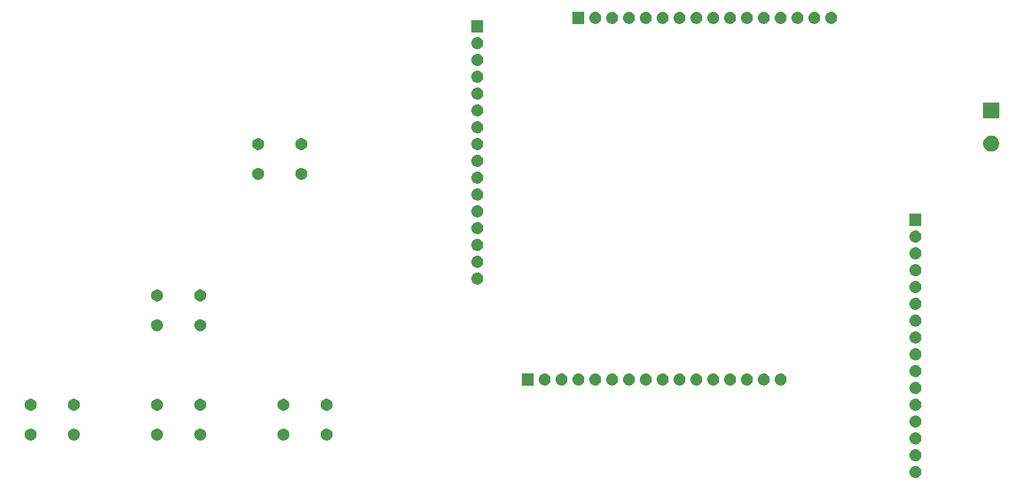
<source format=gbr>
G04 #@! TF.GenerationSoftware,KiCad,Pcbnew,(5.1.4)-1*
G04 #@! TF.CreationDate,2019-11-19T15:05:47-05:00*
G04 #@! TF.ProjectId,MiniProj,4d696e69-5072-46f6-9a2e-6b696361645f,rev?*
G04 #@! TF.SameCoordinates,Original*
G04 #@! TF.FileFunction,Soldermask,Bot*
G04 #@! TF.FilePolarity,Negative*
%FSLAX46Y46*%
G04 Gerber Fmt 4.6, Leading zero omitted, Abs format (unit mm)*
G04 Created by KiCad (PCBNEW (5.1.4)-1) date 2019-11-19 15:05:47*
%MOMM*%
%LPD*%
G04 APERTURE LIST*
%ADD10C,0.100000*%
G04 APERTURE END LIST*
D10*
G36*
X242680442Y-101975518D02*
G01*
X242746627Y-101982037D01*
X242916466Y-102033557D01*
X243072991Y-102117222D01*
X243108729Y-102146552D01*
X243210186Y-102229814D01*
X243293448Y-102331271D01*
X243322778Y-102367009D01*
X243406443Y-102523534D01*
X243457963Y-102693373D01*
X243475359Y-102870000D01*
X243457963Y-103046627D01*
X243406443Y-103216466D01*
X243322778Y-103372991D01*
X243293448Y-103408729D01*
X243210186Y-103510186D01*
X243108729Y-103593448D01*
X243072991Y-103622778D01*
X242916466Y-103706443D01*
X242746627Y-103757963D01*
X242680443Y-103764481D01*
X242614260Y-103771000D01*
X242525740Y-103771000D01*
X242459557Y-103764481D01*
X242393373Y-103757963D01*
X242223534Y-103706443D01*
X242067009Y-103622778D01*
X242031271Y-103593448D01*
X241929814Y-103510186D01*
X241846552Y-103408729D01*
X241817222Y-103372991D01*
X241733557Y-103216466D01*
X241682037Y-103046627D01*
X241664641Y-102870000D01*
X241682037Y-102693373D01*
X241733557Y-102523534D01*
X241817222Y-102367009D01*
X241846552Y-102331271D01*
X241929814Y-102229814D01*
X242031271Y-102146552D01*
X242067009Y-102117222D01*
X242223534Y-102033557D01*
X242393373Y-101982037D01*
X242459558Y-101975518D01*
X242525740Y-101969000D01*
X242614260Y-101969000D01*
X242680442Y-101975518D01*
X242680442Y-101975518D01*
G37*
G36*
X242680443Y-99435519D02*
G01*
X242746627Y-99442037D01*
X242916466Y-99493557D01*
X243072991Y-99577222D01*
X243108729Y-99606552D01*
X243210186Y-99689814D01*
X243293448Y-99791271D01*
X243322778Y-99827009D01*
X243406443Y-99983534D01*
X243457963Y-100153373D01*
X243475359Y-100330000D01*
X243457963Y-100506627D01*
X243406443Y-100676466D01*
X243322778Y-100832991D01*
X243293448Y-100868729D01*
X243210186Y-100970186D01*
X243108729Y-101053448D01*
X243072991Y-101082778D01*
X242916466Y-101166443D01*
X242746627Y-101217963D01*
X242680443Y-101224481D01*
X242614260Y-101231000D01*
X242525740Y-101231000D01*
X242459558Y-101224482D01*
X242393373Y-101217963D01*
X242223534Y-101166443D01*
X242067009Y-101082778D01*
X242031271Y-101053448D01*
X241929814Y-100970186D01*
X241846552Y-100868729D01*
X241817222Y-100832991D01*
X241733557Y-100676466D01*
X241682037Y-100506627D01*
X241664641Y-100330000D01*
X241682037Y-100153373D01*
X241733557Y-99983534D01*
X241817222Y-99827009D01*
X241846552Y-99791271D01*
X241929814Y-99689814D01*
X242031271Y-99606552D01*
X242067009Y-99577222D01*
X242223534Y-99493557D01*
X242393373Y-99442037D01*
X242459558Y-99435518D01*
X242525740Y-99429000D01*
X242614260Y-99429000D01*
X242680443Y-99435519D01*
X242680443Y-99435519D01*
G37*
G36*
X242680442Y-96895518D02*
G01*
X242746627Y-96902037D01*
X242916466Y-96953557D01*
X243072991Y-97037222D01*
X243108729Y-97066552D01*
X243210186Y-97149814D01*
X243293448Y-97251271D01*
X243322778Y-97287009D01*
X243406443Y-97443534D01*
X243457963Y-97613373D01*
X243475359Y-97790000D01*
X243457963Y-97966627D01*
X243406443Y-98136466D01*
X243322778Y-98292991D01*
X243293448Y-98328729D01*
X243210186Y-98430186D01*
X243108729Y-98513448D01*
X243072991Y-98542778D01*
X242916466Y-98626443D01*
X242746627Y-98677963D01*
X242680442Y-98684482D01*
X242614260Y-98691000D01*
X242525740Y-98691000D01*
X242459558Y-98684482D01*
X242393373Y-98677963D01*
X242223534Y-98626443D01*
X242067009Y-98542778D01*
X242031271Y-98513448D01*
X241929814Y-98430186D01*
X241846552Y-98328729D01*
X241817222Y-98292991D01*
X241733557Y-98136466D01*
X241682037Y-97966627D01*
X241664641Y-97790000D01*
X241682037Y-97613373D01*
X241733557Y-97443534D01*
X241817222Y-97287009D01*
X241846552Y-97251271D01*
X241929814Y-97149814D01*
X242031271Y-97066552D01*
X242067009Y-97037222D01*
X242223534Y-96953557D01*
X242393373Y-96902037D01*
X242459558Y-96895518D01*
X242525740Y-96889000D01*
X242614260Y-96889000D01*
X242680442Y-96895518D01*
X242680442Y-96895518D01*
G37*
G36*
X134883512Y-96313927D02*
G01*
X135032812Y-96343624D01*
X135196784Y-96411544D01*
X135344354Y-96510147D01*
X135469853Y-96635646D01*
X135568456Y-96783216D01*
X135636376Y-96947188D01*
X135671000Y-97121259D01*
X135671000Y-97298741D01*
X135636376Y-97472812D01*
X135568456Y-97636784D01*
X135469853Y-97784354D01*
X135344354Y-97909853D01*
X135196784Y-98008456D01*
X135032812Y-98076376D01*
X134883512Y-98106073D01*
X134858742Y-98111000D01*
X134681258Y-98111000D01*
X134656488Y-98106073D01*
X134507188Y-98076376D01*
X134343216Y-98008456D01*
X134195646Y-97909853D01*
X134070147Y-97784354D01*
X133971544Y-97636784D01*
X133903624Y-97472812D01*
X133869000Y-97298741D01*
X133869000Y-97121259D01*
X133903624Y-96947188D01*
X133971544Y-96783216D01*
X134070147Y-96635646D01*
X134195646Y-96510147D01*
X134343216Y-96411544D01*
X134507188Y-96343624D01*
X134656488Y-96313927D01*
X134681258Y-96309000D01*
X134858742Y-96309000D01*
X134883512Y-96313927D01*
X134883512Y-96313927D01*
G37*
G36*
X153933512Y-96313927D02*
G01*
X154082812Y-96343624D01*
X154246784Y-96411544D01*
X154394354Y-96510147D01*
X154519853Y-96635646D01*
X154618456Y-96783216D01*
X154686376Y-96947188D01*
X154721000Y-97121259D01*
X154721000Y-97298741D01*
X154686376Y-97472812D01*
X154618456Y-97636784D01*
X154519853Y-97784354D01*
X154394354Y-97909853D01*
X154246784Y-98008456D01*
X154082812Y-98076376D01*
X153933512Y-98106073D01*
X153908742Y-98111000D01*
X153731258Y-98111000D01*
X153706488Y-98106073D01*
X153557188Y-98076376D01*
X153393216Y-98008456D01*
X153245646Y-97909853D01*
X153120147Y-97784354D01*
X153021544Y-97636784D01*
X152953624Y-97472812D01*
X152919000Y-97298741D01*
X152919000Y-97121259D01*
X152953624Y-96947188D01*
X153021544Y-96783216D01*
X153120147Y-96635646D01*
X153245646Y-96510147D01*
X153393216Y-96411544D01*
X153557188Y-96343624D01*
X153706488Y-96313927D01*
X153731258Y-96309000D01*
X153908742Y-96309000D01*
X153933512Y-96313927D01*
X153933512Y-96313927D01*
G37*
G36*
X128383512Y-96313927D02*
G01*
X128532812Y-96343624D01*
X128696784Y-96411544D01*
X128844354Y-96510147D01*
X128969853Y-96635646D01*
X129068456Y-96783216D01*
X129136376Y-96947188D01*
X129171000Y-97121259D01*
X129171000Y-97298741D01*
X129136376Y-97472812D01*
X129068456Y-97636784D01*
X128969853Y-97784354D01*
X128844354Y-97909853D01*
X128696784Y-98008456D01*
X128532812Y-98076376D01*
X128383512Y-98106073D01*
X128358742Y-98111000D01*
X128181258Y-98111000D01*
X128156488Y-98106073D01*
X128007188Y-98076376D01*
X127843216Y-98008456D01*
X127695646Y-97909853D01*
X127570147Y-97784354D01*
X127471544Y-97636784D01*
X127403624Y-97472812D01*
X127369000Y-97298741D01*
X127369000Y-97121259D01*
X127403624Y-96947188D01*
X127471544Y-96783216D01*
X127570147Y-96635646D01*
X127695646Y-96510147D01*
X127843216Y-96411544D01*
X128007188Y-96343624D01*
X128156488Y-96313927D01*
X128181258Y-96309000D01*
X128358742Y-96309000D01*
X128383512Y-96313927D01*
X128383512Y-96313927D01*
G37*
G36*
X115833512Y-96313927D02*
G01*
X115982812Y-96343624D01*
X116146784Y-96411544D01*
X116294354Y-96510147D01*
X116419853Y-96635646D01*
X116518456Y-96783216D01*
X116586376Y-96947188D01*
X116621000Y-97121259D01*
X116621000Y-97298741D01*
X116586376Y-97472812D01*
X116518456Y-97636784D01*
X116419853Y-97784354D01*
X116294354Y-97909853D01*
X116146784Y-98008456D01*
X115982812Y-98076376D01*
X115833512Y-98106073D01*
X115808742Y-98111000D01*
X115631258Y-98111000D01*
X115606488Y-98106073D01*
X115457188Y-98076376D01*
X115293216Y-98008456D01*
X115145646Y-97909853D01*
X115020147Y-97784354D01*
X114921544Y-97636784D01*
X114853624Y-97472812D01*
X114819000Y-97298741D01*
X114819000Y-97121259D01*
X114853624Y-96947188D01*
X114921544Y-96783216D01*
X115020147Y-96635646D01*
X115145646Y-96510147D01*
X115293216Y-96411544D01*
X115457188Y-96343624D01*
X115606488Y-96313927D01*
X115631258Y-96309000D01*
X115808742Y-96309000D01*
X115833512Y-96313927D01*
X115833512Y-96313927D01*
G37*
G36*
X109333512Y-96313927D02*
G01*
X109482812Y-96343624D01*
X109646784Y-96411544D01*
X109794354Y-96510147D01*
X109919853Y-96635646D01*
X110018456Y-96783216D01*
X110086376Y-96947188D01*
X110121000Y-97121259D01*
X110121000Y-97298741D01*
X110086376Y-97472812D01*
X110018456Y-97636784D01*
X109919853Y-97784354D01*
X109794354Y-97909853D01*
X109646784Y-98008456D01*
X109482812Y-98076376D01*
X109333512Y-98106073D01*
X109308742Y-98111000D01*
X109131258Y-98111000D01*
X109106488Y-98106073D01*
X108957188Y-98076376D01*
X108793216Y-98008456D01*
X108645646Y-97909853D01*
X108520147Y-97784354D01*
X108421544Y-97636784D01*
X108353624Y-97472812D01*
X108319000Y-97298741D01*
X108319000Y-97121259D01*
X108353624Y-96947188D01*
X108421544Y-96783216D01*
X108520147Y-96635646D01*
X108645646Y-96510147D01*
X108793216Y-96411544D01*
X108957188Y-96343624D01*
X109106488Y-96313927D01*
X109131258Y-96309000D01*
X109308742Y-96309000D01*
X109333512Y-96313927D01*
X109333512Y-96313927D01*
G37*
G36*
X147433512Y-96313927D02*
G01*
X147582812Y-96343624D01*
X147746784Y-96411544D01*
X147894354Y-96510147D01*
X148019853Y-96635646D01*
X148118456Y-96783216D01*
X148186376Y-96947188D01*
X148221000Y-97121259D01*
X148221000Y-97298741D01*
X148186376Y-97472812D01*
X148118456Y-97636784D01*
X148019853Y-97784354D01*
X147894354Y-97909853D01*
X147746784Y-98008456D01*
X147582812Y-98076376D01*
X147433512Y-98106073D01*
X147408742Y-98111000D01*
X147231258Y-98111000D01*
X147206488Y-98106073D01*
X147057188Y-98076376D01*
X146893216Y-98008456D01*
X146745646Y-97909853D01*
X146620147Y-97784354D01*
X146521544Y-97636784D01*
X146453624Y-97472812D01*
X146419000Y-97298741D01*
X146419000Y-97121259D01*
X146453624Y-96947188D01*
X146521544Y-96783216D01*
X146620147Y-96635646D01*
X146745646Y-96510147D01*
X146893216Y-96411544D01*
X147057188Y-96343624D01*
X147206488Y-96313927D01*
X147231258Y-96309000D01*
X147408742Y-96309000D01*
X147433512Y-96313927D01*
X147433512Y-96313927D01*
G37*
G36*
X242680442Y-94355518D02*
G01*
X242746627Y-94362037D01*
X242916466Y-94413557D01*
X243072991Y-94497222D01*
X243108729Y-94526552D01*
X243210186Y-94609814D01*
X243293448Y-94711271D01*
X243322778Y-94747009D01*
X243406443Y-94903534D01*
X243457963Y-95073373D01*
X243475359Y-95250000D01*
X243457963Y-95426627D01*
X243406443Y-95596466D01*
X243322778Y-95752991D01*
X243293448Y-95788729D01*
X243210186Y-95890186D01*
X243108729Y-95973448D01*
X243072991Y-96002778D01*
X242916466Y-96086443D01*
X242746627Y-96137963D01*
X242680443Y-96144481D01*
X242614260Y-96151000D01*
X242525740Y-96151000D01*
X242459558Y-96144482D01*
X242393373Y-96137963D01*
X242223534Y-96086443D01*
X242067009Y-96002778D01*
X242031271Y-95973448D01*
X241929814Y-95890186D01*
X241846552Y-95788729D01*
X241817222Y-95752991D01*
X241733557Y-95596466D01*
X241682037Y-95426627D01*
X241664641Y-95250000D01*
X241682037Y-95073373D01*
X241733557Y-94903534D01*
X241817222Y-94747009D01*
X241846552Y-94711271D01*
X241929814Y-94609814D01*
X242031271Y-94526552D01*
X242067009Y-94497222D01*
X242223534Y-94413557D01*
X242393373Y-94362037D01*
X242459557Y-94355519D01*
X242525740Y-94349000D01*
X242614260Y-94349000D01*
X242680442Y-94355518D01*
X242680442Y-94355518D01*
G37*
G36*
X153933512Y-91813927D02*
G01*
X154082812Y-91843624D01*
X154246784Y-91911544D01*
X154394354Y-92010147D01*
X154519853Y-92135646D01*
X154618456Y-92283216D01*
X154686376Y-92447188D01*
X154721000Y-92621259D01*
X154721000Y-92798741D01*
X154686376Y-92972812D01*
X154618456Y-93136784D01*
X154519853Y-93284354D01*
X154394354Y-93409853D01*
X154246784Y-93508456D01*
X154082812Y-93576376D01*
X153933512Y-93606073D01*
X153908742Y-93611000D01*
X153731258Y-93611000D01*
X153706488Y-93606073D01*
X153557188Y-93576376D01*
X153393216Y-93508456D01*
X153245646Y-93409853D01*
X153120147Y-93284354D01*
X153021544Y-93136784D01*
X152953624Y-92972812D01*
X152919000Y-92798741D01*
X152919000Y-92621259D01*
X152953624Y-92447188D01*
X153021544Y-92283216D01*
X153120147Y-92135646D01*
X153245646Y-92010147D01*
X153393216Y-91911544D01*
X153557188Y-91843624D01*
X153706488Y-91813927D01*
X153731258Y-91809000D01*
X153908742Y-91809000D01*
X153933512Y-91813927D01*
X153933512Y-91813927D01*
G37*
G36*
X147433512Y-91813927D02*
G01*
X147582812Y-91843624D01*
X147746784Y-91911544D01*
X147894354Y-92010147D01*
X148019853Y-92135646D01*
X148118456Y-92283216D01*
X148186376Y-92447188D01*
X148221000Y-92621259D01*
X148221000Y-92798741D01*
X148186376Y-92972812D01*
X148118456Y-93136784D01*
X148019853Y-93284354D01*
X147894354Y-93409853D01*
X147746784Y-93508456D01*
X147582812Y-93576376D01*
X147433512Y-93606073D01*
X147408742Y-93611000D01*
X147231258Y-93611000D01*
X147206488Y-93606073D01*
X147057188Y-93576376D01*
X146893216Y-93508456D01*
X146745646Y-93409853D01*
X146620147Y-93284354D01*
X146521544Y-93136784D01*
X146453624Y-92972812D01*
X146419000Y-92798741D01*
X146419000Y-92621259D01*
X146453624Y-92447188D01*
X146521544Y-92283216D01*
X146620147Y-92135646D01*
X146745646Y-92010147D01*
X146893216Y-91911544D01*
X147057188Y-91843624D01*
X147206488Y-91813927D01*
X147231258Y-91809000D01*
X147408742Y-91809000D01*
X147433512Y-91813927D01*
X147433512Y-91813927D01*
G37*
G36*
X109333512Y-91813927D02*
G01*
X109482812Y-91843624D01*
X109646784Y-91911544D01*
X109794354Y-92010147D01*
X109919853Y-92135646D01*
X110018456Y-92283216D01*
X110086376Y-92447188D01*
X110121000Y-92621259D01*
X110121000Y-92798741D01*
X110086376Y-92972812D01*
X110018456Y-93136784D01*
X109919853Y-93284354D01*
X109794354Y-93409853D01*
X109646784Y-93508456D01*
X109482812Y-93576376D01*
X109333512Y-93606073D01*
X109308742Y-93611000D01*
X109131258Y-93611000D01*
X109106488Y-93606073D01*
X108957188Y-93576376D01*
X108793216Y-93508456D01*
X108645646Y-93409853D01*
X108520147Y-93284354D01*
X108421544Y-93136784D01*
X108353624Y-92972812D01*
X108319000Y-92798741D01*
X108319000Y-92621259D01*
X108353624Y-92447188D01*
X108421544Y-92283216D01*
X108520147Y-92135646D01*
X108645646Y-92010147D01*
X108793216Y-91911544D01*
X108957188Y-91843624D01*
X109106488Y-91813927D01*
X109131258Y-91809000D01*
X109308742Y-91809000D01*
X109333512Y-91813927D01*
X109333512Y-91813927D01*
G37*
G36*
X128383512Y-91813927D02*
G01*
X128532812Y-91843624D01*
X128696784Y-91911544D01*
X128844354Y-92010147D01*
X128969853Y-92135646D01*
X129068456Y-92283216D01*
X129136376Y-92447188D01*
X129171000Y-92621259D01*
X129171000Y-92798741D01*
X129136376Y-92972812D01*
X129068456Y-93136784D01*
X128969853Y-93284354D01*
X128844354Y-93409853D01*
X128696784Y-93508456D01*
X128532812Y-93576376D01*
X128383512Y-93606073D01*
X128358742Y-93611000D01*
X128181258Y-93611000D01*
X128156488Y-93606073D01*
X128007188Y-93576376D01*
X127843216Y-93508456D01*
X127695646Y-93409853D01*
X127570147Y-93284354D01*
X127471544Y-93136784D01*
X127403624Y-92972812D01*
X127369000Y-92798741D01*
X127369000Y-92621259D01*
X127403624Y-92447188D01*
X127471544Y-92283216D01*
X127570147Y-92135646D01*
X127695646Y-92010147D01*
X127843216Y-91911544D01*
X128007188Y-91843624D01*
X128156488Y-91813927D01*
X128181258Y-91809000D01*
X128358742Y-91809000D01*
X128383512Y-91813927D01*
X128383512Y-91813927D01*
G37*
G36*
X134883512Y-91813927D02*
G01*
X135032812Y-91843624D01*
X135196784Y-91911544D01*
X135344354Y-92010147D01*
X135469853Y-92135646D01*
X135568456Y-92283216D01*
X135636376Y-92447188D01*
X135671000Y-92621259D01*
X135671000Y-92798741D01*
X135636376Y-92972812D01*
X135568456Y-93136784D01*
X135469853Y-93284354D01*
X135344354Y-93409853D01*
X135196784Y-93508456D01*
X135032812Y-93576376D01*
X134883512Y-93606073D01*
X134858742Y-93611000D01*
X134681258Y-93611000D01*
X134656488Y-93606073D01*
X134507188Y-93576376D01*
X134343216Y-93508456D01*
X134195646Y-93409853D01*
X134070147Y-93284354D01*
X133971544Y-93136784D01*
X133903624Y-92972812D01*
X133869000Y-92798741D01*
X133869000Y-92621259D01*
X133903624Y-92447188D01*
X133971544Y-92283216D01*
X134070147Y-92135646D01*
X134195646Y-92010147D01*
X134343216Y-91911544D01*
X134507188Y-91843624D01*
X134656488Y-91813927D01*
X134681258Y-91809000D01*
X134858742Y-91809000D01*
X134883512Y-91813927D01*
X134883512Y-91813927D01*
G37*
G36*
X242680442Y-91815518D02*
G01*
X242746627Y-91822037D01*
X242916466Y-91873557D01*
X243072991Y-91957222D01*
X243108729Y-91986552D01*
X243210186Y-92069814D01*
X243293448Y-92171271D01*
X243322778Y-92207009D01*
X243406443Y-92363534D01*
X243457963Y-92533373D01*
X243475359Y-92710000D01*
X243457963Y-92886627D01*
X243406443Y-93056466D01*
X243322778Y-93212991D01*
X243293448Y-93248729D01*
X243210186Y-93350186D01*
X243137480Y-93409853D01*
X243072991Y-93462778D01*
X242916466Y-93546443D01*
X242746627Y-93597963D01*
X242680442Y-93604482D01*
X242614260Y-93611000D01*
X242525740Y-93611000D01*
X242459557Y-93604481D01*
X242393373Y-93597963D01*
X242223534Y-93546443D01*
X242067009Y-93462778D01*
X242002520Y-93409853D01*
X241929814Y-93350186D01*
X241846552Y-93248729D01*
X241817222Y-93212991D01*
X241733557Y-93056466D01*
X241682037Y-92886627D01*
X241664641Y-92710000D01*
X241682037Y-92533373D01*
X241733557Y-92363534D01*
X241817222Y-92207009D01*
X241846552Y-92171271D01*
X241929814Y-92069814D01*
X242031271Y-91986552D01*
X242067009Y-91957222D01*
X242223534Y-91873557D01*
X242393373Y-91822037D01*
X242459558Y-91815518D01*
X242525740Y-91809000D01*
X242614260Y-91809000D01*
X242680442Y-91815518D01*
X242680442Y-91815518D01*
G37*
G36*
X115833512Y-91813927D02*
G01*
X115982812Y-91843624D01*
X116146784Y-91911544D01*
X116294354Y-92010147D01*
X116419853Y-92135646D01*
X116518456Y-92283216D01*
X116586376Y-92447188D01*
X116621000Y-92621259D01*
X116621000Y-92798741D01*
X116586376Y-92972812D01*
X116518456Y-93136784D01*
X116419853Y-93284354D01*
X116294354Y-93409853D01*
X116146784Y-93508456D01*
X115982812Y-93576376D01*
X115833512Y-93606073D01*
X115808742Y-93611000D01*
X115631258Y-93611000D01*
X115606488Y-93606073D01*
X115457188Y-93576376D01*
X115293216Y-93508456D01*
X115145646Y-93409853D01*
X115020147Y-93284354D01*
X114921544Y-93136784D01*
X114853624Y-92972812D01*
X114819000Y-92798741D01*
X114819000Y-92621259D01*
X114853624Y-92447188D01*
X114921544Y-92283216D01*
X115020147Y-92135646D01*
X115145646Y-92010147D01*
X115293216Y-91911544D01*
X115457188Y-91843624D01*
X115606488Y-91813927D01*
X115631258Y-91809000D01*
X115808742Y-91809000D01*
X115833512Y-91813927D01*
X115833512Y-91813927D01*
G37*
G36*
X242680443Y-89275519D02*
G01*
X242746627Y-89282037D01*
X242916466Y-89333557D01*
X243072991Y-89417222D01*
X243108729Y-89446552D01*
X243210186Y-89529814D01*
X243293448Y-89631271D01*
X243322778Y-89667009D01*
X243406443Y-89823534D01*
X243457963Y-89993373D01*
X243475359Y-90170000D01*
X243457963Y-90346627D01*
X243406443Y-90516466D01*
X243322778Y-90672991D01*
X243293448Y-90708729D01*
X243210186Y-90810186D01*
X243108729Y-90893448D01*
X243072991Y-90922778D01*
X242916466Y-91006443D01*
X242746627Y-91057963D01*
X242680442Y-91064482D01*
X242614260Y-91071000D01*
X242525740Y-91071000D01*
X242459558Y-91064482D01*
X242393373Y-91057963D01*
X242223534Y-91006443D01*
X242067009Y-90922778D01*
X242031271Y-90893448D01*
X241929814Y-90810186D01*
X241846552Y-90708729D01*
X241817222Y-90672991D01*
X241733557Y-90516466D01*
X241682037Y-90346627D01*
X241664641Y-90170000D01*
X241682037Y-89993373D01*
X241733557Y-89823534D01*
X241817222Y-89667009D01*
X241846552Y-89631271D01*
X241929814Y-89529814D01*
X242031271Y-89446552D01*
X242067009Y-89417222D01*
X242223534Y-89333557D01*
X242393373Y-89282037D01*
X242459557Y-89275519D01*
X242525740Y-89269000D01*
X242614260Y-89269000D01*
X242680443Y-89275519D01*
X242680443Y-89275519D01*
G37*
G36*
X212200443Y-88005519D02*
G01*
X212266627Y-88012037D01*
X212436466Y-88063557D01*
X212592991Y-88147222D01*
X212628729Y-88176552D01*
X212730186Y-88259814D01*
X212813448Y-88361271D01*
X212842778Y-88397009D01*
X212926443Y-88553534D01*
X212977963Y-88723373D01*
X212995359Y-88900000D01*
X212977963Y-89076627D01*
X212926443Y-89246466D01*
X212842778Y-89402991D01*
X212813448Y-89438729D01*
X212730186Y-89540186D01*
X212628729Y-89623448D01*
X212592991Y-89652778D01*
X212436466Y-89736443D01*
X212266627Y-89787963D01*
X212200443Y-89794481D01*
X212134260Y-89801000D01*
X212045740Y-89801000D01*
X211979557Y-89794481D01*
X211913373Y-89787963D01*
X211743534Y-89736443D01*
X211587009Y-89652778D01*
X211551271Y-89623448D01*
X211449814Y-89540186D01*
X211366552Y-89438729D01*
X211337222Y-89402991D01*
X211253557Y-89246466D01*
X211202037Y-89076627D01*
X211184641Y-88900000D01*
X211202037Y-88723373D01*
X211253557Y-88553534D01*
X211337222Y-88397009D01*
X211366552Y-88361271D01*
X211449814Y-88259814D01*
X211551271Y-88176552D01*
X211587009Y-88147222D01*
X211743534Y-88063557D01*
X211913373Y-88012037D01*
X211979558Y-88005518D01*
X212045740Y-87999000D01*
X212134260Y-87999000D01*
X212200443Y-88005519D01*
X212200443Y-88005519D01*
G37*
G36*
X186800443Y-88005519D02*
G01*
X186866627Y-88012037D01*
X187036466Y-88063557D01*
X187192991Y-88147222D01*
X187228729Y-88176552D01*
X187330186Y-88259814D01*
X187413448Y-88361271D01*
X187442778Y-88397009D01*
X187526443Y-88553534D01*
X187577963Y-88723373D01*
X187595359Y-88900000D01*
X187577963Y-89076627D01*
X187526443Y-89246466D01*
X187442778Y-89402991D01*
X187413448Y-89438729D01*
X187330186Y-89540186D01*
X187228729Y-89623448D01*
X187192991Y-89652778D01*
X187036466Y-89736443D01*
X186866627Y-89787963D01*
X186800443Y-89794481D01*
X186734260Y-89801000D01*
X186645740Y-89801000D01*
X186579557Y-89794481D01*
X186513373Y-89787963D01*
X186343534Y-89736443D01*
X186187009Y-89652778D01*
X186151271Y-89623448D01*
X186049814Y-89540186D01*
X185966552Y-89438729D01*
X185937222Y-89402991D01*
X185853557Y-89246466D01*
X185802037Y-89076627D01*
X185784641Y-88900000D01*
X185802037Y-88723373D01*
X185853557Y-88553534D01*
X185937222Y-88397009D01*
X185966552Y-88361271D01*
X186049814Y-88259814D01*
X186151271Y-88176552D01*
X186187009Y-88147222D01*
X186343534Y-88063557D01*
X186513373Y-88012037D01*
X186579558Y-88005518D01*
X186645740Y-87999000D01*
X186734260Y-87999000D01*
X186800443Y-88005519D01*
X186800443Y-88005519D01*
G37*
G36*
X189340443Y-88005519D02*
G01*
X189406627Y-88012037D01*
X189576466Y-88063557D01*
X189732991Y-88147222D01*
X189768729Y-88176552D01*
X189870186Y-88259814D01*
X189953448Y-88361271D01*
X189982778Y-88397009D01*
X190066443Y-88553534D01*
X190117963Y-88723373D01*
X190135359Y-88900000D01*
X190117963Y-89076627D01*
X190066443Y-89246466D01*
X189982778Y-89402991D01*
X189953448Y-89438729D01*
X189870186Y-89540186D01*
X189768729Y-89623448D01*
X189732991Y-89652778D01*
X189576466Y-89736443D01*
X189406627Y-89787963D01*
X189340443Y-89794481D01*
X189274260Y-89801000D01*
X189185740Y-89801000D01*
X189119557Y-89794481D01*
X189053373Y-89787963D01*
X188883534Y-89736443D01*
X188727009Y-89652778D01*
X188691271Y-89623448D01*
X188589814Y-89540186D01*
X188506552Y-89438729D01*
X188477222Y-89402991D01*
X188393557Y-89246466D01*
X188342037Y-89076627D01*
X188324641Y-88900000D01*
X188342037Y-88723373D01*
X188393557Y-88553534D01*
X188477222Y-88397009D01*
X188506552Y-88361271D01*
X188589814Y-88259814D01*
X188691271Y-88176552D01*
X188727009Y-88147222D01*
X188883534Y-88063557D01*
X189053373Y-88012037D01*
X189119558Y-88005518D01*
X189185740Y-87999000D01*
X189274260Y-87999000D01*
X189340443Y-88005519D01*
X189340443Y-88005519D01*
G37*
G36*
X191880443Y-88005519D02*
G01*
X191946627Y-88012037D01*
X192116466Y-88063557D01*
X192272991Y-88147222D01*
X192308729Y-88176552D01*
X192410186Y-88259814D01*
X192493448Y-88361271D01*
X192522778Y-88397009D01*
X192606443Y-88553534D01*
X192657963Y-88723373D01*
X192675359Y-88900000D01*
X192657963Y-89076627D01*
X192606443Y-89246466D01*
X192522778Y-89402991D01*
X192493448Y-89438729D01*
X192410186Y-89540186D01*
X192308729Y-89623448D01*
X192272991Y-89652778D01*
X192116466Y-89736443D01*
X191946627Y-89787963D01*
X191880443Y-89794481D01*
X191814260Y-89801000D01*
X191725740Y-89801000D01*
X191659557Y-89794481D01*
X191593373Y-89787963D01*
X191423534Y-89736443D01*
X191267009Y-89652778D01*
X191231271Y-89623448D01*
X191129814Y-89540186D01*
X191046552Y-89438729D01*
X191017222Y-89402991D01*
X190933557Y-89246466D01*
X190882037Y-89076627D01*
X190864641Y-88900000D01*
X190882037Y-88723373D01*
X190933557Y-88553534D01*
X191017222Y-88397009D01*
X191046552Y-88361271D01*
X191129814Y-88259814D01*
X191231271Y-88176552D01*
X191267009Y-88147222D01*
X191423534Y-88063557D01*
X191593373Y-88012037D01*
X191659558Y-88005518D01*
X191725740Y-87999000D01*
X191814260Y-87999000D01*
X191880443Y-88005519D01*
X191880443Y-88005519D01*
G37*
G36*
X194420443Y-88005519D02*
G01*
X194486627Y-88012037D01*
X194656466Y-88063557D01*
X194812991Y-88147222D01*
X194848729Y-88176552D01*
X194950186Y-88259814D01*
X195033448Y-88361271D01*
X195062778Y-88397009D01*
X195146443Y-88553534D01*
X195197963Y-88723373D01*
X195215359Y-88900000D01*
X195197963Y-89076627D01*
X195146443Y-89246466D01*
X195062778Y-89402991D01*
X195033448Y-89438729D01*
X194950186Y-89540186D01*
X194848729Y-89623448D01*
X194812991Y-89652778D01*
X194656466Y-89736443D01*
X194486627Y-89787963D01*
X194420443Y-89794481D01*
X194354260Y-89801000D01*
X194265740Y-89801000D01*
X194199557Y-89794481D01*
X194133373Y-89787963D01*
X193963534Y-89736443D01*
X193807009Y-89652778D01*
X193771271Y-89623448D01*
X193669814Y-89540186D01*
X193586552Y-89438729D01*
X193557222Y-89402991D01*
X193473557Y-89246466D01*
X193422037Y-89076627D01*
X193404641Y-88900000D01*
X193422037Y-88723373D01*
X193473557Y-88553534D01*
X193557222Y-88397009D01*
X193586552Y-88361271D01*
X193669814Y-88259814D01*
X193771271Y-88176552D01*
X193807009Y-88147222D01*
X193963534Y-88063557D01*
X194133373Y-88012037D01*
X194199558Y-88005518D01*
X194265740Y-87999000D01*
X194354260Y-87999000D01*
X194420443Y-88005519D01*
X194420443Y-88005519D01*
G37*
G36*
X196960443Y-88005519D02*
G01*
X197026627Y-88012037D01*
X197196466Y-88063557D01*
X197352991Y-88147222D01*
X197388729Y-88176552D01*
X197490186Y-88259814D01*
X197573448Y-88361271D01*
X197602778Y-88397009D01*
X197686443Y-88553534D01*
X197737963Y-88723373D01*
X197755359Y-88900000D01*
X197737963Y-89076627D01*
X197686443Y-89246466D01*
X197602778Y-89402991D01*
X197573448Y-89438729D01*
X197490186Y-89540186D01*
X197388729Y-89623448D01*
X197352991Y-89652778D01*
X197196466Y-89736443D01*
X197026627Y-89787963D01*
X196960443Y-89794481D01*
X196894260Y-89801000D01*
X196805740Y-89801000D01*
X196739557Y-89794481D01*
X196673373Y-89787963D01*
X196503534Y-89736443D01*
X196347009Y-89652778D01*
X196311271Y-89623448D01*
X196209814Y-89540186D01*
X196126552Y-89438729D01*
X196097222Y-89402991D01*
X196013557Y-89246466D01*
X195962037Y-89076627D01*
X195944641Y-88900000D01*
X195962037Y-88723373D01*
X196013557Y-88553534D01*
X196097222Y-88397009D01*
X196126552Y-88361271D01*
X196209814Y-88259814D01*
X196311271Y-88176552D01*
X196347009Y-88147222D01*
X196503534Y-88063557D01*
X196673373Y-88012037D01*
X196739558Y-88005518D01*
X196805740Y-87999000D01*
X196894260Y-87999000D01*
X196960443Y-88005519D01*
X196960443Y-88005519D01*
G37*
G36*
X199500443Y-88005519D02*
G01*
X199566627Y-88012037D01*
X199736466Y-88063557D01*
X199892991Y-88147222D01*
X199928729Y-88176552D01*
X200030186Y-88259814D01*
X200113448Y-88361271D01*
X200142778Y-88397009D01*
X200226443Y-88553534D01*
X200277963Y-88723373D01*
X200295359Y-88900000D01*
X200277963Y-89076627D01*
X200226443Y-89246466D01*
X200142778Y-89402991D01*
X200113448Y-89438729D01*
X200030186Y-89540186D01*
X199928729Y-89623448D01*
X199892991Y-89652778D01*
X199736466Y-89736443D01*
X199566627Y-89787963D01*
X199500443Y-89794481D01*
X199434260Y-89801000D01*
X199345740Y-89801000D01*
X199279557Y-89794481D01*
X199213373Y-89787963D01*
X199043534Y-89736443D01*
X198887009Y-89652778D01*
X198851271Y-89623448D01*
X198749814Y-89540186D01*
X198666552Y-89438729D01*
X198637222Y-89402991D01*
X198553557Y-89246466D01*
X198502037Y-89076627D01*
X198484641Y-88900000D01*
X198502037Y-88723373D01*
X198553557Y-88553534D01*
X198637222Y-88397009D01*
X198666552Y-88361271D01*
X198749814Y-88259814D01*
X198851271Y-88176552D01*
X198887009Y-88147222D01*
X199043534Y-88063557D01*
X199213373Y-88012037D01*
X199279558Y-88005518D01*
X199345740Y-87999000D01*
X199434260Y-87999000D01*
X199500443Y-88005519D01*
X199500443Y-88005519D01*
G37*
G36*
X202040443Y-88005519D02*
G01*
X202106627Y-88012037D01*
X202276466Y-88063557D01*
X202432991Y-88147222D01*
X202468729Y-88176552D01*
X202570186Y-88259814D01*
X202653448Y-88361271D01*
X202682778Y-88397009D01*
X202766443Y-88553534D01*
X202817963Y-88723373D01*
X202835359Y-88900000D01*
X202817963Y-89076627D01*
X202766443Y-89246466D01*
X202682778Y-89402991D01*
X202653448Y-89438729D01*
X202570186Y-89540186D01*
X202468729Y-89623448D01*
X202432991Y-89652778D01*
X202276466Y-89736443D01*
X202106627Y-89787963D01*
X202040443Y-89794481D01*
X201974260Y-89801000D01*
X201885740Y-89801000D01*
X201819557Y-89794481D01*
X201753373Y-89787963D01*
X201583534Y-89736443D01*
X201427009Y-89652778D01*
X201391271Y-89623448D01*
X201289814Y-89540186D01*
X201206552Y-89438729D01*
X201177222Y-89402991D01*
X201093557Y-89246466D01*
X201042037Y-89076627D01*
X201024641Y-88900000D01*
X201042037Y-88723373D01*
X201093557Y-88553534D01*
X201177222Y-88397009D01*
X201206552Y-88361271D01*
X201289814Y-88259814D01*
X201391271Y-88176552D01*
X201427009Y-88147222D01*
X201583534Y-88063557D01*
X201753373Y-88012037D01*
X201819558Y-88005518D01*
X201885740Y-87999000D01*
X201974260Y-87999000D01*
X202040443Y-88005519D01*
X202040443Y-88005519D01*
G37*
G36*
X207120443Y-88005519D02*
G01*
X207186627Y-88012037D01*
X207356466Y-88063557D01*
X207512991Y-88147222D01*
X207548729Y-88176552D01*
X207650186Y-88259814D01*
X207733448Y-88361271D01*
X207762778Y-88397009D01*
X207846443Y-88553534D01*
X207897963Y-88723373D01*
X207915359Y-88900000D01*
X207897963Y-89076627D01*
X207846443Y-89246466D01*
X207762778Y-89402991D01*
X207733448Y-89438729D01*
X207650186Y-89540186D01*
X207548729Y-89623448D01*
X207512991Y-89652778D01*
X207356466Y-89736443D01*
X207186627Y-89787963D01*
X207120443Y-89794481D01*
X207054260Y-89801000D01*
X206965740Y-89801000D01*
X206899557Y-89794481D01*
X206833373Y-89787963D01*
X206663534Y-89736443D01*
X206507009Y-89652778D01*
X206471271Y-89623448D01*
X206369814Y-89540186D01*
X206286552Y-89438729D01*
X206257222Y-89402991D01*
X206173557Y-89246466D01*
X206122037Y-89076627D01*
X206104641Y-88900000D01*
X206122037Y-88723373D01*
X206173557Y-88553534D01*
X206257222Y-88397009D01*
X206286552Y-88361271D01*
X206369814Y-88259814D01*
X206471271Y-88176552D01*
X206507009Y-88147222D01*
X206663534Y-88063557D01*
X206833373Y-88012037D01*
X206899558Y-88005518D01*
X206965740Y-87999000D01*
X207054260Y-87999000D01*
X207120443Y-88005519D01*
X207120443Y-88005519D01*
G37*
G36*
X209660443Y-88005519D02*
G01*
X209726627Y-88012037D01*
X209896466Y-88063557D01*
X210052991Y-88147222D01*
X210088729Y-88176552D01*
X210190186Y-88259814D01*
X210273448Y-88361271D01*
X210302778Y-88397009D01*
X210386443Y-88553534D01*
X210437963Y-88723373D01*
X210455359Y-88900000D01*
X210437963Y-89076627D01*
X210386443Y-89246466D01*
X210302778Y-89402991D01*
X210273448Y-89438729D01*
X210190186Y-89540186D01*
X210088729Y-89623448D01*
X210052991Y-89652778D01*
X209896466Y-89736443D01*
X209726627Y-89787963D01*
X209660443Y-89794481D01*
X209594260Y-89801000D01*
X209505740Y-89801000D01*
X209439557Y-89794481D01*
X209373373Y-89787963D01*
X209203534Y-89736443D01*
X209047009Y-89652778D01*
X209011271Y-89623448D01*
X208909814Y-89540186D01*
X208826552Y-89438729D01*
X208797222Y-89402991D01*
X208713557Y-89246466D01*
X208662037Y-89076627D01*
X208644641Y-88900000D01*
X208662037Y-88723373D01*
X208713557Y-88553534D01*
X208797222Y-88397009D01*
X208826552Y-88361271D01*
X208909814Y-88259814D01*
X209011271Y-88176552D01*
X209047009Y-88147222D01*
X209203534Y-88063557D01*
X209373373Y-88012037D01*
X209439558Y-88005518D01*
X209505740Y-87999000D01*
X209594260Y-87999000D01*
X209660443Y-88005519D01*
X209660443Y-88005519D01*
G37*
G36*
X214740443Y-88005519D02*
G01*
X214806627Y-88012037D01*
X214976466Y-88063557D01*
X215132991Y-88147222D01*
X215168729Y-88176552D01*
X215270186Y-88259814D01*
X215353448Y-88361271D01*
X215382778Y-88397009D01*
X215466443Y-88553534D01*
X215517963Y-88723373D01*
X215535359Y-88900000D01*
X215517963Y-89076627D01*
X215466443Y-89246466D01*
X215382778Y-89402991D01*
X215353448Y-89438729D01*
X215270186Y-89540186D01*
X215168729Y-89623448D01*
X215132991Y-89652778D01*
X214976466Y-89736443D01*
X214806627Y-89787963D01*
X214740443Y-89794481D01*
X214674260Y-89801000D01*
X214585740Y-89801000D01*
X214519557Y-89794481D01*
X214453373Y-89787963D01*
X214283534Y-89736443D01*
X214127009Y-89652778D01*
X214091271Y-89623448D01*
X213989814Y-89540186D01*
X213906552Y-89438729D01*
X213877222Y-89402991D01*
X213793557Y-89246466D01*
X213742037Y-89076627D01*
X213724641Y-88900000D01*
X213742037Y-88723373D01*
X213793557Y-88553534D01*
X213877222Y-88397009D01*
X213906552Y-88361271D01*
X213989814Y-88259814D01*
X214091271Y-88176552D01*
X214127009Y-88147222D01*
X214283534Y-88063557D01*
X214453373Y-88012037D01*
X214519558Y-88005518D01*
X214585740Y-87999000D01*
X214674260Y-87999000D01*
X214740443Y-88005519D01*
X214740443Y-88005519D01*
G37*
G36*
X217280443Y-88005519D02*
G01*
X217346627Y-88012037D01*
X217516466Y-88063557D01*
X217672991Y-88147222D01*
X217708729Y-88176552D01*
X217810186Y-88259814D01*
X217893448Y-88361271D01*
X217922778Y-88397009D01*
X218006443Y-88553534D01*
X218057963Y-88723373D01*
X218075359Y-88900000D01*
X218057963Y-89076627D01*
X218006443Y-89246466D01*
X217922778Y-89402991D01*
X217893448Y-89438729D01*
X217810186Y-89540186D01*
X217708729Y-89623448D01*
X217672991Y-89652778D01*
X217516466Y-89736443D01*
X217346627Y-89787963D01*
X217280443Y-89794481D01*
X217214260Y-89801000D01*
X217125740Y-89801000D01*
X217059557Y-89794481D01*
X216993373Y-89787963D01*
X216823534Y-89736443D01*
X216667009Y-89652778D01*
X216631271Y-89623448D01*
X216529814Y-89540186D01*
X216446552Y-89438729D01*
X216417222Y-89402991D01*
X216333557Y-89246466D01*
X216282037Y-89076627D01*
X216264641Y-88900000D01*
X216282037Y-88723373D01*
X216333557Y-88553534D01*
X216417222Y-88397009D01*
X216446552Y-88361271D01*
X216529814Y-88259814D01*
X216631271Y-88176552D01*
X216667009Y-88147222D01*
X216823534Y-88063557D01*
X216993373Y-88012037D01*
X217059558Y-88005518D01*
X217125740Y-87999000D01*
X217214260Y-87999000D01*
X217280443Y-88005519D01*
X217280443Y-88005519D01*
G37*
G36*
X219820443Y-88005519D02*
G01*
X219886627Y-88012037D01*
X220056466Y-88063557D01*
X220212991Y-88147222D01*
X220248729Y-88176552D01*
X220350186Y-88259814D01*
X220433448Y-88361271D01*
X220462778Y-88397009D01*
X220546443Y-88553534D01*
X220597963Y-88723373D01*
X220615359Y-88900000D01*
X220597963Y-89076627D01*
X220546443Y-89246466D01*
X220462778Y-89402991D01*
X220433448Y-89438729D01*
X220350186Y-89540186D01*
X220248729Y-89623448D01*
X220212991Y-89652778D01*
X220056466Y-89736443D01*
X219886627Y-89787963D01*
X219820443Y-89794481D01*
X219754260Y-89801000D01*
X219665740Y-89801000D01*
X219599557Y-89794481D01*
X219533373Y-89787963D01*
X219363534Y-89736443D01*
X219207009Y-89652778D01*
X219171271Y-89623448D01*
X219069814Y-89540186D01*
X218986552Y-89438729D01*
X218957222Y-89402991D01*
X218873557Y-89246466D01*
X218822037Y-89076627D01*
X218804641Y-88900000D01*
X218822037Y-88723373D01*
X218873557Y-88553534D01*
X218957222Y-88397009D01*
X218986552Y-88361271D01*
X219069814Y-88259814D01*
X219171271Y-88176552D01*
X219207009Y-88147222D01*
X219363534Y-88063557D01*
X219533373Y-88012037D01*
X219599558Y-88005518D01*
X219665740Y-87999000D01*
X219754260Y-87999000D01*
X219820443Y-88005519D01*
X219820443Y-88005519D01*
G37*
G36*
X222360443Y-88005519D02*
G01*
X222426627Y-88012037D01*
X222596466Y-88063557D01*
X222752991Y-88147222D01*
X222788729Y-88176552D01*
X222890186Y-88259814D01*
X222973448Y-88361271D01*
X223002778Y-88397009D01*
X223086443Y-88553534D01*
X223137963Y-88723373D01*
X223155359Y-88900000D01*
X223137963Y-89076627D01*
X223086443Y-89246466D01*
X223002778Y-89402991D01*
X222973448Y-89438729D01*
X222890186Y-89540186D01*
X222788729Y-89623448D01*
X222752991Y-89652778D01*
X222596466Y-89736443D01*
X222426627Y-89787963D01*
X222360443Y-89794481D01*
X222294260Y-89801000D01*
X222205740Y-89801000D01*
X222139557Y-89794481D01*
X222073373Y-89787963D01*
X221903534Y-89736443D01*
X221747009Y-89652778D01*
X221711271Y-89623448D01*
X221609814Y-89540186D01*
X221526552Y-89438729D01*
X221497222Y-89402991D01*
X221413557Y-89246466D01*
X221362037Y-89076627D01*
X221344641Y-88900000D01*
X221362037Y-88723373D01*
X221413557Y-88553534D01*
X221497222Y-88397009D01*
X221526552Y-88361271D01*
X221609814Y-88259814D01*
X221711271Y-88176552D01*
X221747009Y-88147222D01*
X221903534Y-88063557D01*
X222073373Y-88012037D01*
X222139558Y-88005518D01*
X222205740Y-87999000D01*
X222294260Y-87999000D01*
X222360443Y-88005519D01*
X222360443Y-88005519D01*
G37*
G36*
X204580443Y-88005519D02*
G01*
X204646627Y-88012037D01*
X204816466Y-88063557D01*
X204972991Y-88147222D01*
X205008729Y-88176552D01*
X205110186Y-88259814D01*
X205193448Y-88361271D01*
X205222778Y-88397009D01*
X205306443Y-88553534D01*
X205357963Y-88723373D01*
X205375359Y-88900000D01*
X205357963Y-89076627D01*
X205306443Y-89246466D01*
X205222778Y-89402991D01*
X205193448Y-89438729D01*
X205110186Y-89540186D01*
X205008729Y-89623448D01*
X204972991Y-89652778D01*
X204816466Y-89736443D01*
X204646627Y-89787963D01*
X204580443Y-89794481D01*
X204514260Y-89801000D01*
X204425740Y-89801000D01*
X204359557Y-89794481D01*
X204293373Y-89787963D01*
X204123534Y-89736443D01*
X203967009Y-89652778D01*
X203931271Y-89623448D01*
X203829814Y-89540186D01*
X203746552Y-89438729D01*
X203717222Y-89402991D01*
X203633557Y-89246466D01*
X203582037Y-89076627D01*
X203564641Y-88900000D01*
X203582037Y-88723373D01*
X203633557Y-88553534D01*
X203717222Y-88397009D01*
X203746552Y-88361271D01*
X203829814Y-88259814D01*
X203931271Y-88176552D01*
X203967009Y-88147222D01*
X204123534Y-88063557D01*
X204293373Y-88012037D01*
X204359558Y-88005518D01*
X204425740Y-87999000D01*
X204514260Y-87999000D01*
X204580443Y-88005519D01*
X204580443Y-88005519D01*
G37*
G36*
X185051000Y-89801000D02*
G01*
X183249000Y-89801000D01*
X183249000Y-87999000D01*
X185051000Y-87999000D01*
X185051000Y-89801000D01*
X185051000Y-89801000D01*
G37*
G36*
X242680442Y-86735518D02*
G01*
X242746627Y-86742037D01*
X242916466Y-86793557D01*
X243072991Y-86877222D01*
X243108729Y-86906552D01*
X243210186Y-86989814D01*
X243293448Y-87091271D01*
X243322778Y-87127009D01*
X243406443Y-87283534D01*
X243457963Y-87453373D01*
X243475359Y-87630000D01*
X243457963Y-87806627D01*
X243406443Y-87976466D01*
X243322778Y-88132991D01*
X243293448Y-88168729D01*
X243210186Y-88270186D01*
X243108729Y-88353448D01*
X243072991Y-88382778D01*
X242916466Y-88466443D01*
X242746627Y-88517963D01*
X242680442Y-88524482D01*
X242614260Y-88531000D01*
X242525740Y-88531000D01*
X242459558Y-88524482D01*
X242393373Y-88517963D01*
X242223534Y-88466443D01*
X242067009Y-88382778D01*
X242031271Y-88353448D01*
X241929814Y-88270186D01*
X241846552Y-88168729D01*
X241817222Y-88132991D01*
X241733557Y-87976466D01*
X241682037Y-87806627D01*
X241664641Y-87630000D01*
X241682037Y-87453373D01*
X241733557Y-87283534D01*
X241817222Y-87127009D01*
X241846552Y-87091271D01*
X241929814Y-86989814D01*
X242031271Y-86906552D01*
X242067009Y-86877222D01*
X242223534Y-86793557D01*
X242393373Y-86742037D01*
X242459558Y-86735518D01*
X242525740Y-86729000D01*
X242614260Y-86729000D01*
X242680442Y-86735518D01*
X242680442Y-86735518D01*
G37*
G36*
X242680442Y-84195518D02*
G01*
X242746627Y-84202037D01*
X242916466Y-84253557D01*
X243072991Y-84337222D01*
X243108729Y-84366552D01*
X243210186Y-84449814D01*
X243293448Y-84551271D01*
X243322778Y-84587009D01*
X243406443Y-84743534D01*
X243457963Y-84913373D01*
X243475359Y-85090000D01*
X243457963Y-85266627D01*
X243406443Y-85436466D01*
X243322778Y-85592991D01*
X243293448Y-85628729D01*
X243210186Y-85730186D01*
X243108729Y-85813448D01*
X243072991Y-85842778D01*
X242916466Y-85926443D01*
X242746627Y-85977963D01*
X242680442Y-85984482D01*
X242614260Y-85991000D01*
X242525740Y-85991000D01*
X242459558Y-85984482D01*
X242393373Y-85977963D01*
X242223534Y-85926443D01*
X242067009Y-85842778D01*
X242031271Y-85813448D01*
X241929814Y-85730186D01*
X241846552Y-85628729D01*
X241817222Y-85592991D01*
X241733557Y-85436466D01*
X241682037Y-85266627D01*
X241664641Y-85090000D01*
X241682037Y-84913373D01*
X241733557Y-84743534D01*
X241817222Y-84587009D01*
X241846552Y-84551271D01*
X241929814Y-84449814D01*
X242031271Y-84366552D01*
X242067009Y-84337222D01*
X242223534Y-84253557D01*
X242393373Y-84202037D01*
X242459558Y-84195518D01*
X242525740Y-84189000D01*
X242614260Y-84189000D01*
X242680442Y-84195518D01*
X242680442Y-84195518D01*
G37*
G36*
X242680443Y-81655519D02*
G01*
X242746627Y-81662037D01*
X242916466Y-81713557D01*
X243072991Y-81797222D01*
X243108729Y-81826552D01*
X243210186Y-81909814D01*
X243293448Y-82011271D01*
X243322778Y-82047009D01*
X243406443Y-82203534D01*
X243457963Y-82373373D01*
X243475359Y-82550000D01*
X243457963Y-82726627D01*
X243406443Y-82896466D01*
X243322778Y-83052991D01*
X243293448Y-83088729D01*
X243210186Y-83190186D01*
X243108729Y-83273448D01*
X243072991Y-83302778D01*
X242916466Y-83386443D01*
X242746627Y-83437963D01*
X242680443Y-83444481D01*
X242614260Y-83451000D01*
X242525740Y-83451000D01*
X242459557Y-83444481D01*
X242393373Y-83437963D01*
X242223534Y-83386443D01*
X242067009Y-83302778D01*
X242031271Y-83273448D01*
X241929814Y-83190186D01*
X241846552Y-83088729D01*
X241817222Y-83052991D01*
X241733557Y-82896466D01*
X241682037Y-82726627D01*
X241664641Y-82550000D01*
X241682037Y-82373373D01*
X241733557Y-82203534D01*
X241817222Y-82047009D01*
X241846552Y-82011271D01*
X241929814Y-81909814D01*
X242031271Y-81826552D01*
X242067009Y-81797222D01*
X242223534Y-81713557D01*
X242393373Y-81662037D01*
X242459557Y-81655519D01*
X242525740Y-81649000D01*
X242614260Y-81649000D01*
X242680443Y-81655519D01*
X242680443Y-81655519D01*
G37*
G36*
X128383512Y-79803927D02*
G01*
X128532812Y-79833624D01*
X128696784Y-79901544D01*
X128844354Y-80000147D01*
X128969853Y-80125646D01*
X129068456Y-80273216D01*
X129136376Y-80437188D01*
X129171000Y-80611259D01*
X129171000Y-80788741D01*
X129136376Y-80962812D01*
X129068456Y-81126784D01*
X128969853Y-81274354D01*
X128844354Y-81399853D01*
X128696784Y-81498456D01*
X128532812Y-81566376D01*
X128383512Y-81596073D01*
X128358742Y-81601000D01*
X128181258Y-81601000D01*
X128156488Y-81596073D01*
X128007188Y-81566376D01*
X127843216Y-81498456D01*
X127695646Y-81399853D01*
X127570147Y-81274354D01*
X127471544Y-81126784D01*
X127403624Y-80962812D01*
X127369000Y-80788741D01*
X127369000Y-80611259D01*
X127403624Y-80437188D01*
X127471544Y-80273216D01*
X127570147Y-80125646D01*
X127695646Y-80000147D01*
X127843216Y-79901544D01*
X128007188Y-79833624D01*
X128156488Y-79803927D01*
X128181258Y-79799000D01*
X128358742Y-79799000D01*
X128383512Y-79803927D01*
X128383512Y-79803927D01*
G37*
G36*
X134883512Y-79803927D02*
G01*
X135032812Y-79833624D01*
X135196784Y-79901544D01*
X135344354Y-80000147D01*
X135469853Y-80125646D01*
X135568456Y-80273216D01*
X135636376Y-80437188D01*
X135671000Y-80611259D01*
X135671000Y-80788741D01*
X135636376Y-80962812D01*
X135568456Y-81126784D01*
X135469853Y-81274354D01*
X135344354Y-81399853D01*
X135196784Y-81498456D01*
X135032812Y-81566376D01*
X134883512Y-81596073D01*
X134858742Y-81601000D01*
X134681258Y-81601000D01*
X134656488Y-81596073D01*
X134507188Y-81566376D01*
X134343216Y-81498456D01*
X134195646Y-81399853D01*
X134070147Y-81274354D01*
X133971544Y-81126784D01*
X133903624Y-80962812D01*
X133869000Y-80788741D01*
X133869000Y-80611259D01*
X133903624Y-80437188D01*
X133971544Y-80273216D01*
X134070147Y-80125646D01*
X134195646Y-80000147D01*
X134343216Y-79901544D01*
X134507188Y-79833624D01*
X134656488Y-79803927D01*
X134681258Y-79799000D01*
X134858742Y-79799000D01*
X134883512Y-79803927D01*
X134883512Y-79803927D01*
G37*
G36*
X242680443Y-79115519D02*
G01*
X242746627Y-79122037D01*
X242916466Y-79173557D01*
X243072991Y-79257222D01*
X243108729Y-79286552D01*
X243210186Y-79369814D01*
X243293448Y-79471271D01*
X243322778Y-79507009D01*
X243406443Y-79663534D01*
X243457963Y-79833373D01*
X243475359Y-80010000D01*
X243457963Y-80186627D01*
X243406443Y-80356466D01*
X243322778Y-80512991D01*
X243293448Y-80548729D01*
X243210186Y-80650186D01*
X243108729Y-80733448D01*
X243072991Y-80762778D01*
X242916466Y-80846443D01*
X242746627Y-80897963D01*
X242680442Y-80904482D01*
X242614260Y-80911000D01*
X242525740Y-80911000D01*
X242459558Y-80904482D01*
X242393373Y-80897963D01*
X242223534Y-80846443D01*
X242067009Y-80762778D01*
X242031271Y-80733448D01*
X241929814Y-80650186D01*
X241846552Y-80548729D01*
X241817222Y-80512991D01*
X241733557Y-80356466D01*
X241682037Y-80186627D01*
X241664641Y-80010000D01*
X241682037Y-79833373D01*
X241733557Y-79663534D01*
X241817222Y-79507009D01*
X241846552Y-79471271D01*
X241929814Y-79369814D01*
X242031271Y-79286552D01*
X242067009Y-79257222D01*
X242223534Y-79173557D01*
X242393373Y-79122037D01*
X242459557Y-79115519D01*
X242525740Y-79109000D01*
X242614260Y-79109000D01*
X242680443Y-79115519D01*
X242680443Y-79115519D01*
G37*
G36*
X242680443Y-76575519D02*
G01*
X242746627Y-76582037D01*
X242916466Y-76633557D01*
X243072991Y-76717222D01*
X243108729Y-76746552D01*
X243210186Y-76829814D01*
X243293448Y-76931271D01*
X243322778Y-76967009D01*
X243406443Y-77123534D01*
X243457963Y-77293373D01*
X243475359Y-77470000D01*
X243457963Y-77646627D01*
X243406443Y-77816466D01*
X243322778Y-77972991D01*
X243293448Y-78008729D01*
X243210186Y-78110186D01*
X243108729Y-78193448D01*
X243072991Y-78222778D01*
X242916466Y-78306443D01*
X242746627Y-78357963D01*
X242680443Y-78364481D01*
X242614260Y-78371000D01*
X242525740Y-78371000D01*
X242459557Y-78364481D01*
X242393373Y-78357963D01*
X242223534Y-78306443D01*
X242067009Y-78222778D01*
X242031271Y-78193448D01*
X241929814Y-78110186D01*
X241846552Y-78008729D01*
X241817222Y-77972991D01*
X241733557Y-77816466D01*
X241682037Y-77646627D01*
X241664641Y-77470000D01*
X241682037Y-77293373D01*
X241733557Y-77123534D01*
X241817222Y-76967009D01*
X241846552Y-76931271D01*
X241929814Y-76829814D01*
X242031271Y-76746552D01*
X242067009Y-76717222D01*
X242223534Y-76633557D01*
X242393373Y-76582037D01*
X242459557Y-76575519D01*
X242525740Y-76569000D01*
X242614260Y-76569000D01*
X242680443Y-76575519D01*
X242680443Y-76575519D01*
G37*
G36*
X134883512Y-75303927D02*
G01*
X135032812Y-75333624D01*
X135196784Y-75401544D01*
X135344354Y-75500147D01*
X135469853Y-75625646D01*
X135568456Y-75773216D01*
X135636376Y-75937188D01*
X135671000Y-76111259D01*
X135671000Y-76288741D01*
X135636376Y-76462812D01*
X135568456Y-76626784D01*
X135469853Y-76774354D01*
X135344354Y-76899853D01*
X135196784Y-76998456D01*
X135032812Y-77066376D01*
X134883512Y-77096073D01*
X134858742Y-77101000D01*
X134681258Y-77101000D01*
X134656488Y-77096073D01*
X134507188Y-77066376D01*
X134343216Y-76998456D01*
X134195646Y-76899853D01*
X134070147Y-76774354D01*
X133971544Y-76626784D01*
X133903624Y-76462812D01*
X133869000Y-76288741D01*
X133869000Y-76111259D01*
X133903624Y-75937188D01*
X133971544Y-75773216D01*
X134070147Y-75625646D01*
X134195646Y-75500147D01*
X134343216Y-75401544D01*
X134507188Y-75333624D01*
X134656488Y-75303927D01*
X134681258Y-75299000D01*
X134858742Y-75299000D01*
X134883512Y-75303927D01*
X134883512Y-75303927D01*
G37*
G36*
X128383512Y-75303927D02*
G01*
X128532812Y-75333624D01*
X128696784Y-75401544D01*
X128844354Y-75500147D01*
X128969853Y-75625646D01*
X129068456Y-75773216D01*
X129136376Y-75937188D01*
X129171000Y-76111259D01*
X129171000Y-76288741D01*
X129136376Y-76462812D01*
X129068456Y-76626784D01*
X128969853Y-76774354D01*
X128844354Y-76899853D01*
X128696784Y-76998456D01*
X128532812Y-77066376D01*
X128383512Y-77096073D01*
X128358742Y-77101000D01*
X128181258Y-77101000D01*
X128156488Y-77096073D01*
X128007188Y-77066376D01*
X127843216Y-76998456D01*
X127695646Y-76899853D01*
X127570147Y-76774354D01*
X127471544Y-76626784D01*
X127403624Y-76462812D01*
X127369000Y-76288741D01*
X127369000Y-76111259D01*
X127403624Y-75937188D01*
X127471544Y-75773216D01*
X127570147Y-75625646D01*
X127695646Y-75500147D01*
X127843216Y-75401544D01*
X128007188Y-75333624D01*
X128156488Y-75303927D01*
X128181258Y-75299000D01*
X128358742Y-75299000D01*
X128383512Y-75303927D01*
X128383512Y-75303927D01*
G37*
G36*
X242680442Y-74035518D02*
G01*
X242746627Y-74042037D01*
X242916466Y-74093557D01*
X243072991Y-74177222D01*
X243108729Y-74206552D01*
X243210186Y-74289814D01*
X243293448Y-74391271D01*
X243322778Y-74427009D01*
X243406443Y-74583534D01*
X243457963Y-74753373D01*
X243475359Y-74930000D01*
X243457963Y-75106627D01*
X243406443Y-75276466D01*
X243322778Y-75432991D01*
X243293448Y-75468729D01*
X243210186Y-75570186D01*
X243108729Y-75653448D01*
X243072991Y-75682778D01*
X242916466Y-75766443D01*
X242746627Y-75817963D01*
X242680442Y-75824482D01*
X242614260Y-75831000D01*
X242525740Y-75831000D01*
X242459558Y-75824482D01*
X242393373Y-75817963D01*
X242223534Y-75766443D01*
X242067009Y-75682778D01*
X242031271Y-75653448D01*
X241929814Y-75570186D01*
X241846552Y-75468729D01*
X241817222Y-75432991D01*
X241733557Y-75276466D01*
X241682037Y-75106627D01*
X241664641Y-74930000D01*
X241682037Y-74753373D01*
X241733557Y-74583534D01*
X241817222Y-74427009D01*
X241846552Y-74391271D01*
X241929814Y-74289814D01*
X242031271Y-74206552D01*
X242067009Y-74177222D01*
X242223534Y-74093557D01*
X242393373Y-74042037D01*
X242459558Y-74035518D01*
X242525740Y-74029000D01*
X242614260Y-74029000D01*
X242680442Y-74035518D01*
X242680442Y-74035518D01*
G37*
G36*
X176640442Y-72765518D02*
G01*
X176706627Y-72772037D01*
X176876466Y-72823557D01*
X177032991Y-72907222D01*
X177068729Y-72936552D01*
X177170186Y-73019814D01*
X177253448Y-73121271D01*
X177282778Y-73157009D01*
X177366443Y-73313534D01*
X177417963Y-73483373D01*
X177435359Y-73660000D01*
X177417963Y-73836627D01*
X177366443Y-74006466D01*
X177282778Y-74162991D01*
X177253448Y-74198729D01*
X177170186Y-74300186D01*
X177068729Y-74383448D01*
X177032991Y-74412778D01*
X176876466Y-74496443D01*
X176706627Y-74547963D01*
X176640442Y-74554482D01*
X176574260Y-74561000D01*
X176485740Y-74561000D01*
X176419558Y-74554482D01*
X176353373Y-74547963D01*
X176183534Y-74496443D01*
X176027009Y-74412778D01*
X175991271Y-74383448D01*
X175889814Y-74300186D01*
X175806552Y-74198729D01*
X175777222Y-74162991D01*
X175693557Y-74006466D01*
X175642037Y-73836627D01*
X175624641Y-73660000D01*
X175642037Y-73483373D01*
X175693557Y-73313534D01*
X175777222Y-73157009D01*
X175806552Y-73121271D01*
X175889814Y-73019814D01*
X175991271Y-72936552D01*
X176027009Y-72907222D01*
X176183534Y-72823557D01*
X176353373Y-72772037D01*
X176419558Y-72765518D01*
X176485740Y-72759000D01*
X176574260Y-72759000D01*
X176640442Y-72765518D01*
X176640442Y-72765518D01*
G37*
G36*
X242680443Y-71495519D02*
G01*
X242746627Y-71502037D01*
X242916466Y-71553557D01*
X243072991Y-71637222D01*
X243108729Y-71666552D01*
X243210186Y-71749814D01*
X243293448Y-71851271D01*
X243322778Y-71887009D01*
X243406443Y-72043534D01*
X243457963Y-72213373D01*
X243475359Y-72390000D01*
X243457963Y-72566627D01*
X243406443Y-72736466D01*
X243322778Y-72892991D01*
X243293448Y-72928729D01*
X243210186Y-73030186D01*
X243108729Y-73113448D01*
X243072991Y-73142778D01*
X242916466Y-73226443D01*
X242746627Y-73277963D01*
X242680443Y-73284481D01*
X242614260Y-73291000D01*
X242525740Y-73291000D01*
X242459557Y-73284481D01*
X242393373Y-73277963D01*
X242223534Y-73226443D01*
X242067009Y-73142778D01*
X242031271Y-73113448D01*
X241929814Y-73030186D01*
X241846552Y-72928729D01*
X241817222Y-72892991D01*
X241733557Y-72736466D01*
X241682037Y-72566627D01*
X241664641Y-72390000D01*
X241682037Y-72213373D01*
X241733557Y-72043534D01*
X241817222Y-71887009D01*
X241846552Y-71851271D01*
X241929814Y-71749814D01*
X242031271Y-71666552D01*
X242067009Y-71637222D01*
X242223534Y-71553557D01*
X242393373Y-71502037D01*
X242459557Y-71495519D01*
X242525740Y-71489000D01*
X242614260Y-71489000D01*
X242680443Y-71495519D01*
X242680443Y-71495519D01*
G37*
G36*
X176640442Y-70225518D02*
G01*
X176706627Y-70232037D01*
X176876466Y-70283557D01*
X177032991Y-70367222D01*
X177068729Y-70396552D01*
X177170186Y-70479814D01*
X177253448Y-70581271D01*
X177282778Y-70617009D01*
X177366443Y-70773534D01*
X177417963Y-70943373D01*
X177435359Y-71120000D01*
X177417963Y-71296627D01*
X177366443Y-71466466D01*
X177282778Y-71622991D01*
X177253448Y-71658729D01*
X177170186Y-71760186D01*
X177068729Y-71843448D01*
X177032991Y-71872778D01*
X176876466Y-71956443D01*
X176706627Y-72007963D01*
X176640443Y-72014481D01*
X176574260Y-72021000D01*
X176485740Y-72021000D01*
X176419557Y-72014481D01*
X176353373Y-72007963D01*
X176183534Y-71956443D01*
X176027009Y-71872778D01*
X175991271Y-71843448D01*
X175889814Y-71760186D01*
X175806552Y-71658729D01*
X175777222Y-71622991D01*
X175693557Y-71466466D01*
X175642037Y-71296627D01*
X175624641Y-71120000D01*
X175642037Y-70943373D01*
X175693557Y-70773534D01*
X175777222Y-70617009D01*
X175806552Y-70581271D01*
X175889814Y-70479814D01*
X175991271Y-70396552D01*
X176027009Y-70367222D01*
X176183534Y-70283557D01*
X176353373Y-70232037D01*
X176419558Y-70225518D01*
X176485740Y-70219000D01*
X176574260Y-70219000D01*
X176640442Y-70225518D01*
X176640442Y-70225518D01*
G37*
G36*
X242680443Y-68955519D02*
G01*
X242746627Y-68962037D01*
X242916466Y-69013557D01*
X243072991Y-69097222D01*
X243108729Y-69126552D01*
X243210186Y-69209814D01*
X243293448Y-69311271D01*
X243322778Y-69347009D01*
X243406443Y-69503534D01*
X243457963Y-69673373D01*
X243475359Y-69850000D01*
X243457963Y-70026627D01*
X243406443Y-70196466D01*
X243322778Y-70352991D01*
X243293448Y-70388729D01*
X243210186Y-70490186D01*
X243108729Y-70573448D01*
X243072991Y-70602778D01*
X242916466Y-70686443D01*
X242746627Y-70737963D01*
X242680443Y-70744481D01*
X242614260Y-70751000D01*
X242525740Y-70751000D01*
X242459557Y-70744481D01*
X242393373Y-70737963D01*
X242223534Y-70686443D01*
X242067009Y-70602778D01*
X242031271Y-70573448D01*
X241929814Y-70490186D01*
X241846552Y-70388729D01*
X241817222Y-70352991D01*
X241733557Y-70196466D01*
X241682037Y-70026627D01*
X241664641Y-69850000D01*
X241682037Y-69673373D01*
X241733557Y-69503534D01*
X241817222Y-69347009D01*
X241846552Y-69311271D01*
X241929814Y-69209814D01*
X242031271Y-69126552D01*
X242067009Y-69097222D01*
X242223534Y-69013557D01*
X242393373Y-68962037D01*
X242459557Y-68955519D01*
X242525740Y-68949000D01*
X242614260Y-68949000D01*
X242680443Y-68955519D01*
X242680443Y-68955519D01*
G37*
G36*
X176640443Y-67685519D02*
G01*
X176706627Y-67692037D01*
X176876466Y-67743557D01*
X177032991Y-67827222D01*
X177068729Y-67856552D01*
X177170186Y-67939814D01*
X177253448Y-68041271D01*
X177282778Y-68077009D01*
X177366443Y-68233534D01*
X177417963Y-68403373D01*
X177435359Y-68580000D01*
X177417963Y-68756627D01*
X177366443Y-68926466D01*
X177282778Y-69082991D01*
X177253448Y-69118729D01*
X177170186Y-69220186D01*
X177068729Y-69303448D01*
X177032991Y-69332778D01*
X176876466Y-69416443D01*
X176706627Y-69467963D01*
X176640442Y-69474482D01*
X176574260Y-69481000D01*
X176485740Y-69481000D01*
X176419558Y-69474482D01*
X176353373Y-69467963D01*
X176183534Y-69416443D01*
X176027009Y-69332778D01*
X175991271Y-69303448D01*
X175889814Y-69220186D01*
X175806552Y-69118729D01*
X175777222Y-69082991D01*
X175693557Y-68926466D01*
X175642037Y-68756627D01*
X175624641Y-68580000D01*
X175642037Y-68403373D01*
X175693557Y-68233534D01*
X175777222Y-68077009D01*
X175806552Y-68041271D01*
X175889814Y-67939814D01*
X175991271Y-67856552D01*
X176027009Y-67827222D01*
X176183534Y-67743557D01*
X176353373Y-67692037D01*
X176419557Y-67685519D01*
X176485740Y-67679000D01*
X176574260Y-67679000D01*
X176640443Y-67685519D01*
X176640443Y-67685519D01*
G37*
G36*
X242680443Y-66415519D02*
G01*
X242746627Y-66422037D01*
X242916466Y-66473557D01*
X243072991Y-66557222D01*
X243108729Y-66586552D01*
X243210186Y-66669814D01*
X243293448Y-66771271D01*
X243322778Y-66807009D01*
X243406443Y-66963534D01*
X243457963Y-67133373D01*
X243475359Y-67310000D01*
X243457963Y-67486627D01*
X243406443Y-67656466D01*
X243322778Y-67812991D01*
X243293448Y-67848729D01*
X243210186Y-67950186D01*
X243108729Y-68033448D01*
X243072991Y-68062778D01*
X242916466Y-68146443D01*
X242746627Y-68197963D01*
X242680443Y-68204481D01*
X242614260Y-68211000D01*
X242525740Y-68211000D01*
X242459557Y-68204481D01*
X242393373Y-68197963D01*
X242223534Y-68146443D01*
X242067009Y-68062778D01*
X242031271Y-68033448D01*
X241929814Y-67950186D01*
X241846552Y-67848729D01*
X241817222Y-67812991D01*
X241733557Y-67656466D01*
X241682037Y-67486627D01*
X241664641Y-67310000D01*
X241682037Y-67133373D01*
X241733557Y-66963534D01*
X241817222Y-66807009D01*
X241846552Y-66771271D01*
X241929814Y-66669814D01*
X242031271Y-66586552D01*
X242067009Y-66557222D01*
X242223534Y-66473557D01*
X242393373Y-66422037D01*
X242459557Y-66415519D01*
X242525740Y-66409000D01*
X242614260Y-66409000D01*
X242680443Y-66415519D01*
X242680443Y-66415519D01*
G37*
G36*
X176640442Y-65145518D02*
G01*
X176706627Y-65152037D01*
X176876466Y-65203557D01*
X177032991Y-65287222D01*
X177068729Y-65316552D01*
X177170186Y-65399814D01*
X177253448Y-65501271D01*
X177282778Y-65537009D01*
X177366443Y-65693534D01*
X177417963Y-65863373D01*
X177435359Y-66040000D01*
X177417963Y-66216627D01*
X177366443Y-66386466D01*
X177282778Y-66542991D01*
X177253448Y-66578729D01*
X177170186Y-66680186D01*
X177068729Y-66763448D01*
X177032991Y-66792778D01*
X176876466Y-66876443D01*
X176706627Y-66927963D01*
X176640442Y-66934482D01*
X176574260Y-66941000D01*
X176485740Y-66941000D01*
X176419558Y-66934482D01*
X176353373Y-66927963D01*
X176183534Y-66876443D01*
X176027009Y-66792778D01*
X175991271Y-66763448D01*
X175889814Y-66680186D01*
X175806552Y-66578729D01*
X175777222Y-66542991D01*
X175693557Y-66386466D01*
X175642037Y-66216627D01*
X175624641Y-66040000D01*
X175642037Y-65863373D01*
X175693557Y-65693534D01*
X175777222Y-65537009D01*
X175806552Y-65501271D01*
X175889814Y-65399814D01*
X175991271Y-65316552D01*
X176027009Y-65287222D01*
X176183534Y-65203557D01*
X176353373Y-65152037D01*
X176419558Y-65145518D01*
X176485740Y-65139000D01*
X176574260Y-65139000D01*
X176640442Y-65145518D01*
X176640442Y-65145518D01*
G37*
G36*
X243471000Y-65671000D02*
G01*
X241669000Y-65671000D01*
X241669000Y-63869000D01*
X243471000Y-63869000D01*
X243471000Y-65671000D01*
X243471000Y-65671000D01*
G37*
G36*
X176640442Y-62605518D02*
G01*
X176706627Y-62612037D01*
X176876466Y-62663557D01*
X177032991Y-62747222D01*
X177068729Y-62776552D01*
X177170186Y-62859814D01*
X177253448Y-62961271D01*
X177282778Y-62997009D01*
X177366443Y-63153534D01*
X177417963Y-63323373D01*
X177435359Y-63500000D01*
X177417963Y-63676627D01*
X177366443Y-63846466D01*
X177282778Y-64002991D01*
X177253448Y-64038729D01*
X177170186Y-64140186D01*
X177068729Y-64223448D01*
X177032991Y-64252778D01*
X176876466Y-64336443D01*
X176706627Y-64387963D01*
X176640442Y-64394482D01*
X176574260Y-64401000D01*
X176485740Y-64401000D01*
X176419558Y-64394482D01*
X176353373Y-64387963D01*
X176183534Y-64336443D01*
X176027009Y-64252778D01*
X175991271Y-64223448D01*
X175889814Y-64140186D01*
X175806552Y-64038729D01*
X175777222Y-64002991D01*
X175693557Y-63846466D01*
X175642037Y-63676627D01*
X175624641Y-63500000D01*
X175642037Y-63323373D01*
X175693557Y-63153534D01*
X175777222Y-62997009D01*
X175806552Y-62961271D01*
X175889814Y-62859814D01*
X175991271Y-62776552D01*
X176027009Y-62747222D01*
X176183534Y-62663557D01*
X176353373Y-62612037D01*
X176419558Y-62605518D01*
X176485740Y-62599000D01*
X176574260Y-62599000D01*
X176640442Y-62605518D01*
X176640442Y-62605518D01*
G37*
G36*
X176640442Y-60065518D02*
G01*
X176706627Y-60072037D01*
X176876466Y-60123557D01*
X177032991Y-60207222D01*
X177068729Y-60236552D01*
X177170186Y-60319814D01*
X177253448Y-60421271D01*
X177282778Y-60457009D01*
X177366443Y-60613534D01*
X177417963Y-60783373D01*
X177435359Y-60960000D01*
X177417963Y-61136627D01*
X177366443Y-61306466D01*
X177282778Y-61462991D01*
X177253448Y-61498729D01*
X177170186Y-61600186D01*
X177068729Y-61683448D01*
X177032991Y-61712778D01*
X176876466Y-61796443D01*
X176706627Y-61847963D01*
X176640443Y-61854481D01*
X176574260Y-61861000D01*
X176485740Y-61861000D01*
X176419557Y-61854481D01*
X176353373Y-61847963D01*
X176183534Y-61796443D01*
X176027009Y-61712778D01*
X175991271Y-61683448D01*
X175889814Y-61600186D01*
X175806552Y-61498729D01*
X175777222Y-61462991D01*
X175693557Y-61306466D01*
X175642037Y-61136627D01*
X175624641Y-60960000D01*
X175642037Y-60783373D01*
X175693557Y-60613534D01*
X175777222Y-60457009D01*
X175806552Y-60421271D01*
X175889814Y-60319814D01*
X175991271Y-60236552D01*
X176027009Y-60207222D01*
X176183534Y-60123557D01*
X176353373Y-60072037D01*
X176419558Y-60065518D01*
X176485740Y-60059000D01*
X176574260Y-60059000D01*
X176640442Y-60065518D01*
X176640442Y-60065518D01*
G37*
G36*
X176640443Y-57525519D02*
G01*
X176706627Y-57532037D01*
X176876466Y-57583557D01*
X177032991Y-57667222D01*
X177068729Y-57696552D01*
X177170186Y-57779814D01*
X177253448Y-57881271D01*
X177282778Y-57917009D01*
X177366443Y-58073534D01*
X177417963Y-58243373D01*
X177435359Y-58420000D01*
X177417963Y-58596627D01*
X177366443Y-58766466D01*
X177282778Y-58922991D01*
X177253448Y-58958729D01*
X177170186Y-59060186D01*
X177068729Y-59143448D01*
X177032991Y-59172778D01*
X176876466Y-59256443D01*
X176706627Y-59307963D01*
X176640442Y-59314482D01*
X176574260Y-59321000D01*
X176485740Y-59321000D01*
X176419558Y-59314482D01*
X176353373Y-59307963D01*
X176183534Y-59256443D01*
X176027009Y-59172778D01*
X175991271Y-59143448D01*
X175889814Y-59060186D01*
X175806552Y-58958729D01*
X175777222Y-58922991D01*
X175693557Y-58766466D01*
X175642037Y-58596627D01*
X175624641Y-58420000D01*
X175642037Y-58243373D01*
X175693557Y-58073534D01*
X175777222Y-57917009D01*
X175806552Y-57881271D01*
X175889814Y-57779814D01*
X175991271Y-57696552D01*
X176027009Y-57667222D01*
X176183534Y-57583557D01*
X176353373Y-57532037D01*
X176419557Y-57525519D01*
X176485740Y-57519000D01*
X176574260Y-57519000D01*
X176640443Y-57525519D01*
X176640443Y-57525519D01*
G37*
G36*
X143623512Y-56943927D02*
G01*
X143772812Y-56973624D01*
X143936784Y-57041544D01*
X144084354Y-57140147D01*
X144209853Y-57265646D01*
X144308456Y-57413216D01*
X144376376Y-57577188D01*
X144411000Y-57751259D01*
X144411000Y-57928741D01*
X144376376Y-58102812D01*
X144308456Y-58266784D01*
X144209853Y-58414354D01*
X144084354Y-58539853D01*
X143936784Y-58638456D01*
X143772812Y-58706376D01*
X143623512Y-58736073D01*
X143598742Y-58741000D01*
X143421258Y-58741000D01*
X143396488Y-58736073D01*
X143247188Y-58706376D01*
X143083216Y-58638456D01*
X142935646Y-58539853D01*
X142810147Y-58414354D01*
X142711544Y-58266784D01*
X142643624Y-58102812D01*
X142609000Y-57928741D01*
X142609000Y-57751259D01*
X142643624Y-57577188D01*
X142711544Y-57413216D01*
X142810147Y-57265646D01*
X142935646Y-57140147D01*
X143083216Y-57041544D01*
X143247188Y-56973624D01*
X143396488Y-56943927D01*
X143421258Y-56939000D01*
X143598742Y-56939000D01*
X143623512Y-56943927D01*
X143623512Y-56943927D01*
G37*
G36*
X150123512Y-56943927D02*
G01*
X150272812Y-56973624D01*
X150436784Y-57041544D01*
X150584354Y-57140147D01*
X150709853Y-57265646D01*
X150808456Y-57413216D01*
X150876376Y-57577188D01*
X150911000Y-57751259D01*
X150911000Y-57928741D01*
X150876376Y-58102812D01*
X150808456Y-58266784D01*
X150709853Y-58414354D01*
X150584354Y-58539853D01*
X150436784Y-58638456D01*
X150272812Y-58706376D01*
X150123512Y-58736073D01*
X150098742Y-58741000D01*
X149921258Y-58741000D01*
X149896488Y-58736073D01*
X149747188Y-58706376D01*
X149583216Y-58638456D01*
X149435646Y-58539853D01*
X149310147Y-58414354D01*
X149211544Y-58266784D01*
X149143624Y-58102812D01*
X149109000Y-57928741D01*
X149109000Y-57751259D01*
X149143624Y-57577188D01*
X149211544Y-57413216D01*
X149310147Y-57265646D01*
X149435646Y-57140147D01*
X149583216Y-57041544D01*
X149747188Y-56973624D01*
X149896488Y-56943927D01*
X149921258Y-56939000D01*
X150098742Y-56939000D01*
X150123512Y-56943927D01*
X150123512Y-56943927D01*
G37*
G36*
X176640443Y-54985519D02*
G01*
X176706627Y-54992037D01*
X176876466Y-55043557D01*
X177032991Y-55127222D01*
X177068729Y-55156552D01*
X177170186Y-55239814D01*
X177253448Y-55341271D01*
X177282778Y-55377009D01*
X177366443Y-55533534D01*
X177417963Y-55703373D01*
X177435359Y-55880000D01*
X177417963Y-56056627D01*
X177366443Y-56226466D01*
X177282778Y-56382991D01*
X177253448Y-56418729D01*
X177170186Y-56520186D01*
X177068729Y-56603448D01*
X177032991Y-56632778D01*
X176876466Y-56716443D01*
X176706627Y-56767963D01*
X176640443Y-56774481D01*
X176574260Y-56781000D01*
X176485740Y-56781000D01*
X176419557Y-56774481D01*
X176353373Y-56767963D01*
X176183534Y-56716443D01*
X176027009Y-56632778D01*
X175991271Y-56603448D01*
X175889814Y-56520186D01*
X175806552Y-56418729D01*
X175777222Y-56382991D01*
X175693557Y-56226466D01*
X175642037Y-56056627D01*
X175624641Y-55880000D01*
X175642037Y-55703373D01*
X175693557Y-55533534D01*
X175777222Y-55377009D01*
X175806552Y-55341271D01*
X175889814Y-55239814D01*
X175991271Y-55156552D01*
X176027009Y-55127222D01*
X176183534Y-55043557D01*
X176353373Y-54992037D01*
X176419557Y-54985519D01*
X176485740Y-54979000D01*
X176574260Y-54979000D01*
X176640443Y-54985519D01*
X176640443Y-54985519D01*
G37*
G36*
X254350318Y-52105153D02*
G01*
X254568885Y-52195687D01*
X254568887Y-52195688D01*
X254765593Y-52327122D01*
X254932878Y-52494407D01*
X255030258Y-52640148D01*
X255064313Y-52691115D01*
X255154847Y-52909682D01*
X255201000Y-53141710D01*
X255201000Y-53378290D01*
X255154847Y-53610318D01*
X255123305Y-53686466D01*
X255064312Y-53828887D01*
X254932878Y-54025593D01*
X254765593Y-54192878D01*
X254568887Y-54324312D01*
X254568886Y-54324313D01*
X254568885Y-54324313D01*
X254350318Y-54414847D01*
X254118290Y-54461000D01*
X253881710Y-54461000D01*
X253649682Y-54414847D01*
X253431115Y-54324313D01*
X253431114Y-54324313D01*
X253431113Y-54324312D01*
X253234407Y-54192878D01*
X253067122Y-54025593D01*
X252935688Y-53828887D01*
X252876695Y-53686466D01*
X252845153Y-53610318D01*
X252799000Y-53378290D01*
X252799000Y-53141710D01*
X252845153Y-52909682D01*
X252935687Y-52691115D01*
X252969742Y-52640148D01*
X253067122Y-52494407D01*
X253234407Y-52327122D01*
X253431113Y-52195688D01*
X253431115Y-52195687D01*
X253649682Y-52105153D01*
X253881710Y-52059000D01*
X254118290Y-52059000D01*
X254350318Y-52105153D01*
X254350318Y-52105153D01*
G37*
G36*
X176640443Y-52445519D02*
G01*
X176706627Y-52452037D01*
X176876466Y-52503557D01*
X177032991Y-52587222D01*
X177068729Y-52616552D01*
X177170186Y-52699814D01*
X177253448Y-52801271D01*
X177282778Y-52837009D01*
X177366443Y-52993534D01*
X177417963Y-53163373D01*
X177435359Y-53340000D01*
X177417963Y-53516627D01*
X177366443Y-53686466D01*
X177282778Y-53842991D01*
X177253448Y-53878729D01*
X177170186Y-53980186D01*
X177097480Y-54039853D01*
X177032991Y-54092778D01*
X176876466Y-54176443D01*
X176706627Y-54227963D01*
X176640442Y-54234482D01*
X176574260Y-54241000D01*
X176485740Y-54241000D01*
X176419558Y-54234482D01*
X176353373Y-54227963D01*
X176183534Y-54176443D01*
X176027009Y-54092778D01*
X175962520Y-54039853D01*
X175889814Y-53980186D01*
X175806552Y-53878729D01*
X175777222Y-53842991D01*
X175693557Y-53686466D01*
X175642037Y-53516627D01*
X175624641Y-53340000D01*
X175642037Y-53163373D01*
X175693557Y-52993534D01*
X175777222Y-52837009D01*
X175806552Y-52801271D01*
X175889814Y-52699814D01*
X175991271Y-52616552D01*
X176027009Y-52587222D01*
X176183534Y-52503557D01*
X176353373Y-52452037D01*
X176419558Y-52445518D01*
X176485740Y-52439000D01*
X176574260Y-52439000D01*
X176640443Y-52445519D01*
X176640443Y-52445519D01*
G37*
G36*
X150123512Y-52443927D02*
G01*
X150272812Y-52473624D01*
X150436784Y-52541544D01*
X150584354Y-52640147D01*
X150709853Y-52765646D01*
X150808456Y-52913216D01*
X150876376Y-53077188D01*
X150911000Y-53251259D01*
X150911000Y-53428741D01*
X150876376Y-53602812D01*
X150808456Y-53766784D01*
X150709853Y-53914354D01*
X150584354Y-54039853D01*
X150436784Y-54138456D01*
X150272812Y-54206376D01*
X150123512Y-54236073D01*
X150098742Y-54241000D01*
X149921258Y-54241000D01*
X149896488Y-54236073D01*
X149747188Y-54206376D01*
X149583216Y-54138456D01*
X149435646Y-54039853D01*
X149310147Y-53914354D01*
X149211544Y-53766784D01*
X149143624Y-53602812D01*
X149109000Y-53428741D01*
X149109000Y-53251259D01*
X149143624Y-53077188D01*
X149211544Y-52913216D01*
X149310147Y-52765646D01*
X149435646Y-52640147D01*
X149583216Y-52541544D01*
X149747188Y-52473624D01*
X149896488Y-52443927D01*
X149921258Y-52439000D01*
X150098742Y-52439000D01*
X150123512Y-52443927D01*
X150123512Y-52443927D01*
G37*
G36*
X143623512Y-52443927D02*
G01*
X143772812Y-52473624D01*
X143936784Y-52541544D01*
X144084354Y-52640147D01*
X144209853Y-52765646D01*
X144308456Y-52913216D01*
X144376376Y-53077188D01*
X144411000Y-53251259D01*
X144411000Y-53428741D01*
X144376376Y-53602812D01*
X144308456Y-53766784D01*
X144209853Y-53914354D01*
X144084354Y-54039853D01*
X143936784Y-54138456D01*
X143772812Y-54206376D01*
X143623512Y-54236073D01*
X143598742Y-54241000D01*
X143421258Y-54241000D01*
X143396488Y-54236073D01*
X143247188Y-54206376D01*
X143083216Y-54138456D01*
X142935646Y-54039853D01*
X142810147Y-53914354D01*
X142711544Y-53766784D01*
X142643624Y-53602812D01*
X142609000Y-53428741D01*
X142609000Y-53251259D01*
X142643624Y-53077188D01*
X142711544Y-52913216D01*
X142810147Y-52765646D01*
X142935646Y-52640147D01*
X143083216Y-52541544D01*
X143247188Y-52473624D01*
X143396488Y-52443927D01*
X143421258Y-52439000D01*
X143598742Y-52439000D01*
X143623512Y-52443927D01*
X143623512Y-52443927D01*
G37*
G36*
X176640442Y-49905518D02*
G01*
X176706627Y-49912037D01*
X176876466Y-49963557D01*
X177032991Y-50047222D01*
X177068729Y-50076552D01*
X177170186Y-50159814D01*
X177253448Y-50261271D01*
X177282778Y-50297009D01*
X177366443Y-50453534D01*
X177417963Y-50623373D01*
X177435359Y-50800000D01*
X177417963Y-50976627D01*
X177366443Y-51146466D01*
X177282778Y-51302991D01*
X177253448Y-51338729D01*
X177170186Y-51440186D01*
X177068729Y-51523448D01*
X177032991Y-51552778D01*
X176876466Y-51636443D01*
X176706627Y-51687963D01*
X176640442Y-51694482D01*
X176574260Y-51701000D01*
X176485740Y-51701000D01*
X176419558Y-51694482D01*
X176353373Y-51687963D01*
X176183534Y-51636443D01*
X176027009Y-51552778D01*
X175991271Y-51523448D01*
X175889814Y-51440186D01*
X175806552Y-51338729D01*
X175777222Y-51302991D01*
X175693557Y-51146466D01*
X175642037Y-50976627D01*
X175624641Y-50800000D01*
X175642037Y-50623373D01*
X175693557Y-50453534D01*
X175777222Y-50297009D01*
X175806552Y-50261271D01*
X175889814Y-50159814D01*
X175991271Y-50076552D01*
X176027009Y-50047222D01*
X176183534Y-49963557D01*
X176353373Y-49912037D01*
X176419557Y-49905519D01*
X176485740Y-49899000D01*
X176574260Y-49899000D01*
X176640442Y-49905518D01*
X176640442Y-49905518D01*
G37*
G36*
X255201000Y-49461000D02*
G01*
X252799000Y-49461000D01*
X252799000Y-47059000D01*
X255201000Y-47059000D01*
X255201000Y-49461000D01*
X255201000Y-49461000D01*
G37*
G36*
X176640443Y-47365519D02*
G01*
X176706627Y-47372037D01*
X176876466Y-47423557D01*
X177032991Y-47507222D01*
X177068729Y-47536552D01*
X177170186Y-47619814D01*
X177253448Y-47721271D01*
X177282778Y-47757009D01*
X177366443Y-47913534D01*
X177417963Y-48083373D01*
X177435359Y-48260000D01*
X177417963Y-48436627D01*
X177366443Y-48606466D01*
X177282778Y-48762991D01*
X177253448Y-48798729D01*
X177170186Y-48900186D01*
X177068729Y-48983448D01*
X177032991Y-49012778D01*
X176876466Y-49096443D01*
X176706627Y-49147963D01*
X176640443Y-49154481D01*
X176574260Y-49161000D01*
X176485740Y-49161000D01*
X176419557Y-49154481D01*
X176353373Y-49147963D01*
X176183534Y-49096443D01*
X176027009Y-49012778D01*
X175991271Y-48983448D01*
X175889814Y-48900186D01*
X175806552Y-48798729D01*
X175777222Y-48762991D01*
X175693557Y-48606466D01*
X175642037Y-48436627D01*
X175624641Y-48260000D01*
X175642037Y-48083373D01*
X175693557Y-47913534D01*
X175777222Y-47757009D01*
X175806552Y-47721271D01*
X175889814Y-47619814D01*
X175991271Y-47536552D01*
X176027009Y-47507222D01*
X176183534Y-47423557D01*
X176353373Y-47372037D01*
X176419557Y-47365519D01*
X176485740Y-47359000D01*
X176574260Y-47359000D01*
X176640443Y-47365519D01*
X176640443Y-47365519D01*
G37*
G36*
X176640442Y-44825518D02*
G01*
X176706627Y-44832037D01*
X176876466Y-44883557D01*
X177032991Y-44967222D01*
X177068729Y-44996552D01*
X177170186Y-45079814D01*
X177253448Y-45181271D01*
X177282778Y-45217009D01*
X177366443Y-45373534D01*
X177417963Y-45543373D01*
X177435359Y-45720000D01*
X177417963Y-45896627D01*
X177366443Y-46066466D01*
X177282778Y-46222991D01*
X177253448Y-46258729D01*
X177170186Y-46360186D01*
X177068729Y-46443448D01*
X177032991Y-46472778D01*
X176876466Y-46556443D01*
X176706627Y-46607963D01*
X176640443Y-46614481D01*
X176574260Y-46621000D01*
X176485740Y-46621000D01*
X176419558Y-46614482D01*
X176353373Y-46607963D01*
X176183534Y-46556443D01*
X176027009Y-46472778D01*
X175991271Y-46443448D01*
X175889814Y-46360186D01*
X175806552Y-46258729D01*
X175777222Y-46222991D01*
X175693557Y-46066466D01*
X175642037Y-45896627D01*
X175624641Y-45720000D01*
X175642037Y-45543373D01*
X175693557Y-45373534D01*
X175777222Y-45217009D01*
X175806552Y-45181271D01*
X175889814Y-45079814D01*
X175991271Y-44996552D01*
X176027009Y-44967222D01*
X176183534Y-44883557D01*
X176353373Y-44832037D01*
X176419558Y-44825518D01*
X176485740Y-44819000D01*
X176574260Y-44819000D01*
X176640442Y-44825518D01*
X176640442Y-44825518D01*
G37*
G36*
X176640442Y-42285518D02*
G01*
X176706627Y-42292037D01*
X176876466Y-42343557D01*
X177032991Y-42427222D01*
X177068729Y-42456552D01*
X177170186Y-42539814D01*
X177253448Y-42641271D01*
X177282778Y-42677009D01*
X177366443Y-42833534D01*
X177417963Y-43003373D01*
X177435359Y-43180000D01*
X177417963Y-43356627D01*
X177366443Y-43526466D01*
X177282778Y-43682991D01*
X177253448Y-43718729D01*
X177170186Y-43820186D01*
X177068729Y-43903448D01*
X177032991Y-43932778D01*
X176876466Y-44016443D01*
X176706627Y-44067963D01*
X176640443Y-44074481D01*
X176574260Y-44081000D01*
X176485740Y-44081000D01*
X176419557Y-44074481D01*
X176353373Y-44067963D01*
X176183534Y-44016443D01*
X176027009Y-43932778D01*
X175991271Y-43903448D01*
X175889814Y-43820186D01*
X175806552Y-43718729D01*
X175777222Y-43682991D01*
X175693557Y-43526466D01*
X175642037Y-43356627D01*
X175624641Y-43180000D01*
X175642037Y-43003373D01*
X175693557Y-42833534D01*
X175777222Y-42677009D01*
X175806552Y-42641271D01*
X175889814Y-42539814D01*
X175991271Y-42456552D01*
X176027009Y-42427222D01*
X176183534Y-42343557D01*
X176353373Y-42292037D01*
X176419557Y-42285519D01*
X176485740Y-42279000D01*
X176574260Y-42279000D01*
X176640442Y-42285518D01*
X176640442Y-42285518D01*
G37*
G36*
X176640442Y-39745518D02*
G01*
X176706627Y-39752037D01*
X176876466Y-39803557D01*
X177032991Y-39887222D01*
X177068729Y-39916552D01*
X177170186Y-39999814D01*
X177253448Y-40101271D01*
X177282778Y-40137009D01*
X177366443Y-40293534D01*
X177417963Y-40463373D01*
X177435359Y-40640000D01*
X177417963Y-40816627D01*
X177366443Y-40986466D01*
X177282778Y-41142991D01*
X177253448Y-41178729D01*
X177170186Y-41280186D01*
X177068729Y-41363448D01*
X177032991Y-41392778D01*
X176876466Y-41476443D01*
X176706627Y-41527963D01*
X176640442Y-41534482D01*
X176574260Y-41541000D01*
X176485740Y-41541000D01*
X176419558Y-41534482D01*
X176353373Y-41527963D01*
X176183534Y-41476443D01*
X176027009Y-41392778D01*
X175991271Y-41363448D01*
X175889814Y-41280186D01*
X175806552Y-41178729D01*
X175777222Y-41142991D01*
X175693557Y-40986466D01*
X175642037Y-40816627D01*
X175624641Y-40640000D01*
X175642037Y-40463373D01*
X175693557Y-40293534D01*
X175777222Y-40137009D01*
X175806552Y-40101271D01*
X175889814Y-39999814D01*
X175991271Y-39916552D01*
X176027009Y-39887222D01*
X176183534Y-39803557D01*
X176353373Y-39752037D01*
X176419557Y-39745519D01*
X176485740Y-39739000D01*
X176574260Y-39739000D01*
X176640442Y-39745518D01*
X176640442Y-39745518D01*
G37*
G36*
X176640442Y-37205518D02*
G01*
X176706627Y-37212037D01*
X176876466Y-37263557D01*
X177032991Y-37347222D01*
X177068729Y-37376552D01*
X177170186Y-37459814D01*
X177253448Y-37561271D01*
X177282778Y-37597009D01*
X177366443Y-37753534D01*
X177417963Y-37923373D01*
X177435359Y-38100000D01*
X177417963Y-38276627D01*
X177366443Y-38446466D01*
X177282778Y-38602991D01*
X177253448Y-38638729D01*
X177170186Y-38740186D01*
X177068729Y-38823448D01*
X177032991Y-38852778D01*
X176876466Y-38936443D01*
X176706627Y-38987963D01*
X176640443Y-38994481D01*
X176574260Y-39001000D01*
X176485740Y-39001000D01*
X176419557Y-38994481D01*
X176353373Y-38987963D01*
X176183534Y-38936443D01*
X176027009Y-38852778D01*
X175991271Y-38823448D01*
X175889814Y-38740186D01*
X175806552Y-38638729D01*
X175777222Y-38602991D01*
X175693557Y-38446466D01*
X175642037Y-38276627D01*
X175624641Y-38100000D01*
X175642037Y-37923373D01*
X175693557Y-37753534D01*
X175777222Y-37597009D01*
X175806552Y-37561271D01*
X175889814Y-37459814D01*
X175991271Y-37376552D01*
X176027009Y-37347222D01*
X176183534Y-37263557D01*
X176353373Y-37212037D01*
X176419558Y-37205518D01*
X176485740Y-37199000D01*
X176574260Y-37199000D01*
X176640442Y-37205518D01*
X176640442Y-37205518D01*
G37*
G36*
X177431000Y-36461000D02*
G01*
X175629000Y-36461000D01*
X175629000Y-34659000D01*
X177431000Y-34659000D01*
X177431000Y-36461000D01*
X177431000Y-36461000D01*
G37*
G36*
X214740442Y-33395518D02*
G01*
X214806627Y-33402037D01*
X214976466Y-33453557D01*
X215132991Y-33537222D01*
X215168729Y-33566552D01*
X215270186Y-33649814D01*
X215353448Y-33751271D01*
X215382778Y-33787009D01*
X215466443Y-33943534D01*
X215517963Y-34113373D01*
X215535359Y-34290000D01*
X215517963Y-34466627D01*
X215466443Y-34636466D01*
X215382778Y-34792991D01*
X215353448Y-34828729D01*
X215270186Y-34930186D01*
X215168729Y-35013448D01*
X215132991Y-35042778D01*
X214976466Y-35126443D01*
X214806627Y-35177963D01*
X214740443Y-35184481D01*
X214674260Y-35191000D01*
X214585740Y-35191000D01*
X214519558Y-35184482D01*
X214453373Y-35177963D01*
X214283534Y-35126443D01*
X214127009Y-35042778D01*
X214091271Y-35013448D01*
X213989814Y-34930186D01*
X213906552Y-34828729D01*
X213877222Y-34792991D01*
X213793557Y-34636466D01*
X213742037Y-34466627D01*
X213724641Y-34290000D01*
X213742037Y-34113373D01*
X213793557Y-33943534D01*
X213877222Y-33787009D01*
X213906552Y-33751271D01*
X213989814Y-33649814D01*
X214091271Y-33566552D01*
X214127009Y-33537222D01*
X214283534Y-33453557D01*
X214453373Y-33402037D01*
X214519558Y-33395518D01*
X214585740Y-33389000D01*
X214674260Y-33389000D01*
X214740442Y-33395518D01*
X214740442Y-33395518D01*
G37*
G36*
X209660442Y-33395518D02*
G01*
X209726627Y-33402037D01*
X209896466Y-33453557D01*
X210052991Y-33537222D01*
X210088729Y-33566552D01*
X210190186Y-33649814D01*
X210273448Y-33751271D01*
X210302778Y-33787009D01*
X210386443Y-33943534D01*
X210437963Y-34113373D01*
X210455359Y-34290000D01*
X210437963Y-34466627D01*
X210386443Y-34636466D01*
X210302778Y-34792991D01*
X210273448Y-34828729D01*
X210190186Y-34930186D01*
X210088729Y-35013448D01*
X210052991Y-35042778D01*
X209896466Y-35126443D01*
X209726627Y-35177963D01*
X209660443Y-35184481D01*
X209594260Y-35191000D01*
X209505740Y-35191000D01*
X209439558Y-35184482D01*
X209373373Y-35177963D01*
X209203534Y-35126443D01*
X209047009Y-35042778D01*
X209011271Y-35013448D01*
X208909814Y-34930186D01*
X208826552Y-34828729D01*
X208797222Y-34792991D01*
X208713557Y-34636466D01*
X208662037Y-34466627D01*
X208644641Y-34290000D01*
X208662037Y-34113373D01*
X208713557Y-33943534D01*
X208797222Y-33787009D01*
X208826552Y-33751271D01*
X208909814Y-33649814D01*
X209011271Y-33566552D01*
X209047009Y-33537222D01*
X209203534Y-33453557D01*
X209373373Y-33402037D01*
X209439558Y-33395518D01*
X209505740Y-33389000D01*
X209594260Y-33389000D01*
X209660442Y-33395518D01*
X209660442Y-33395518D01*
G37*
G36*
X207120442Y-33395518D02*
G01*
X207186627Y-33402037D01*
X207356466Y-33453557D01*
X207512991Y-33537222D01*
X207548729Y-33566552D01*
X207650186Y-33649814D01*
X207733448Y-33751271D01*
X207762778Y-33787009D01*
X207846443Y-33943534D01*
X207897963Y-34113373D01*
X207915359Y-34290000D01*
X207897963Y-34466627D01*
X207846443Y-34636466D01*
X207762778Y-34792991D01*
X207733448Y-34828729D01*
X207650186Y-34930186D01*
X207548729Y-35013448D01*
X207512991Y-35042778D01*
X207356466Y-35126443D01*
X207186627Y-35177963D01*
X207120443Y-35184481D01*
X207054260Y-35191000D01*
X206965740Y-35191000D01*
X206899558Y-35184482D01*
X206833373Y-35177963D01*
X206663534Y-35126443D01*
X206507009Y-35042778D01*
X206471271Y-35013448D01*
X206369814Y-34930186D01*
X206286552Y-34828729D01*
X206257222Y-34792991D01*
X206173557Y-34636466D01*
X206122037Y-34466627D01*
X206104641Y-34290000D01*
X206122037Y-34113373D01*
X206173557Y-33943534D01*
X206257222Y-33787009D01*
X206286552Y-33751271D01*
X206369814Y-33649814D01*
X206471271Y-33566552D01*
X206507009Y-33537222D01*
X206663534Y-33453557D01*
X206833373Y-33402037D01*
X206899558Y-33395518D01*
X206965740Y-33389000D01*
X207054260Y-33389000D01*
X207120442Y-33395518D01*
X207120442Y-33395518D01*
G37*
G36*
X204580442Y-33395518D02*
G01*
X204646627Y-33402037D01*
X204816466Y-33453557D01*
X204972991Y-33537222D01*
X205008729Y-33566552D01*
X205110186Y-33649814D01*
X205193448Y-33751271D01*
X205222778Y-33787009D01*
X205306443Y-33943534D01*
X205357963Y-34113373D01*
X205375359Y-34290000D01*
X205357963Y-34466627D01*
X205306443Y-34636466D01*
X205222778Y-34792991D01*
X205193448Y-34828729D01*
X205110186Y-34930186D01*
X205008729Y-35013448D01*
X204972991Y-35042778D01*
X204816466Y-35126443D01*
X204646627Y-35177963D01*
X204580443Y-35184481D01*
X204514260Y-35191000D01*
X204425740Y-35191000D01*
X204359558Y-35184482D01*
X204293373Y-35177963D01*
X204123534Y-35126443D01*
X203967009Y-35042778D01*
X203931271Y-35013448D01*
X203829814Y-34930186D01*
X203746552Y-34828729D01*
X203717222Y-34792991D01*
X203633557Y-34636466D01*
X203582037Y-34466627D01*
X203564641Y-34290000D01*
X203582037Y-34113373D01*
X203633557Y-33943534D01*
X203717222Y-33787009D01*
X203746552Y-33751271D01*
X203829814Y-33649814D01*
X203931271Y-33566552D01*
X203967009Y-33537222D01*
X204123534Y-33453557D01*
X204293373Y-33402037D01*
X204359558Y-33395518D01*
X204425740Y-33389000D01*
X204514260Y-33389000D01*
X204580442Y-33395518D01*
X204580442Y-33395518D01*
G37*
G36*
X202040442Y-33395518D02*
G01*
X202106627Y-33402037D01*
X202276466Y-33453557D01*
X202432991Y-33537222D01*
X202468729Y-33566552D01*
X202570186Y-33649814D01*
X202653448Y-33751271D01*
X202682778Y-33787009D01*
X202766443Y-33943534D01*
X202817963Y-34113373D01*
X202835359Y-34290000D01*
X202817963Y-34466627D01*
X202766443Y-34636466D01*
X202682778Y-34792991D01*
X202653448Y-34828729D01*
X202570186Y-34930186D01*
X202468729Y-35013448D01*
X202432991Y-35042778D01*
X202276466Y-35126443D01*
X202106627Y-35177963D01*
X202040443Y-35184481D01*
X201974260Y-35191000D01*
X201885740Y-35191000D01*
X201819558Y-35184482D01*
X201753373Y-35177963D01*
X201583534Y-35126443D01*
X201427009Y-35042778D01*
X201391271Y-35013448D01*
X201289814Y-34930186D01*
X201206552Y-34828729D01*
X201177222Y-34792991D01*
X201093557Y-34636466D01*
X201042037Y-34466627D01*
X201024641Y-34290000D01*
X201042037Y-34113373D01*
X201093557Y-33943534D01*
X201177222Y-33787009D01*
X201206552Y-33751271D01*
X201289814Y-33649814D01*
X201391271Y-33566552D01*
X201427009Y-33537222D01*
X201583534Y-33453557D01*
X201753373Y-33402037D01*
X201819558Y-33395518D01*
X201885740Y-33389000D01*
X201974260Y-33389000D01*
X202040442Y-33395518D01*
X202040442Y-33395518D01*
G37*
G36*
X199500442Y-33395518D02*
G01*
X199566627Y-33402037D01*
X199736466Y-33453557D01*
X199892991Y-33537222D01*
X199928729Y-33566552D01*
X200030186Y-33649814D01*
X200113448Y-33751271D01*
X200142778Y-33787009D01*
X200226443Y-33943534D01*
X200277963Y-34113373D01*
X200295359Y-34290000D01*
X200277963Y-34466627D01*
X200226443Y-34636466D01*
X200142778Y-34792991D01*
X200113448Y-34828729D01*
X200030186Y-34930186D01*
X199928729Y-35013448D01*
X199892991Y-35042778D01*
X199736466Y-35126443D01*
X199566627Y-35177963D01*
X199500443Y-35184481D01*
X199434260Y-35191000D01*
X199345740Y-35191000D01*
X199279558Y-35184482D01*
X199213373Y-35177963D01*
X199043534Y-35126443D01*
X198887009Y-35042778D01*
X198851271Y-35013448D01*
X198749814Y-34930186D01*
X198666552Y-34828729D01*
X198637222Y-34792991D01*
X198553557Y-34636466D01*
X198502037Y-34466627D01*
X198484641Y-34290000D01*
X198502037Y-34113373D01*
X198553557Y-33943534D01*
X198637222Y-33787009D01*
X198666552Y-33751271D01*
X198749814Y-33649814D01*
X198851271Y-33566552D01*
X198887009Y-33537222D01*
X199043534Y-33453557D01*
X199213373Y-33402037D01*
X199279558Y-33395518D01*
X199345740Y-33389000D01*
X199434260Y-33389000D01*
X199500442Y-33395518D01*
X199500442Y-33395518D01*
G37*
G36*
X212200442Y-33395518D02*
G01*
X212266627Y-33402037D01*
X212436466Y-33453557D01*
X212592991Y-33537222D01*
X212628729Y-33566552D01*
X212730186Y-33649814D01*
X212813448Y-33751271D01*
X212842778Y-33787009D01*
X212926443Y-33943534D01*
X212977963Y-34113373D01*
X212995359Y-34290000D01*
X212977963Y-34466627D01*
X212926443Y-34636466D01*
X212842778Y-34792991D01*
X212813448Y-34828729D01*
X212730186Y-34930186D01*
X212628729Y-35013448D01*
X212592991Y-35042778D01*
X212436466Y-35126443D01*
X212266627Y-35177963D01*
X212200443Y-35184481D01*
X212134260Y-35191000D01*
X212045740Y-35191000D01*
X211979558Y-35184482D01*
X211913373Y-35177963D01*
X211743534Y-35126443D01*
X211587009Y-35042778D01*
X211551271Y-35013448D01*
X211449814Y-34930186D01*
X211366552Y-34828729D01*
X211337222Y-34792991D01*
X211253557Y-34636466D01*
X211202037Y-34466627D01*
X211184641Y-34290000D01*
X211202037Y-34113373D01*
X211253557Y-33943534D01*
X211337222Y-33787009D01*
X211366552Y-33751271D01*
X211449814Y-33649814D01*
X211551271Y-33566552D01*
X211587009Y-33537222D01*
X211743534Y-33453557D01*
X211913373Y-33402037D01*
X211979558Y-33395518D01*
X212045740Y-33389000D01*
X212134260Y-33389000D01*
X212200442Y-33395518D01*
X212200442Y-33395518D01*
G37*
G36*
X194420442Y-33395518D02*
G01*
X194486627Y-33402037D01*
X194656466Y-33453557D01*
X194812991Y-33537222D01*
X194848729Y-33566552D01*
X194950186Y-33649814D01*
X195033448Y-33751271D01*
X195062778Y-33787009D01*
X195146443Y-33943534D01*
X195197963Y-34113373D01*
X195215359Y-34290000D01*
X195197963Y-34466627D01*
X195146443Y-34636466D01*
X195062778Y-34792991D01*
X195033448Y-34828729D01*
X194950186Y-34930186D01*
X194848729Y-35013448D01*
X194812991Y-35042778D01*
X194656466Y-35126443D01*
X194486627Y-35177963D01*
X194420443Y-35184481D01*
X194354260Y-35191000D01*
X194265740Y-35191000D01*
X194199558Y-35184482D01*
X194133373Y-35177963D01*
X193963534Y-35126443D01*
X193807009Y-35042778D01*
X193771271Y-35013448D01*
X193669814Y-34930186D01*
X193586552Y-34828729D01*
X193557222Y-34792991D01*
X193473557Y-34636466D01*
X193422037Y-34466627D01*
X193404641Y-34290000D01*
X193422037Y-34113373D01*
X193473557Y-33943534D01*
X193557222Y-33787009D01*
X193586552Y-33751271D01*
X193669814Y-33649814D01*
X193771271Y-33566552D01*
X193807009Y-33537222D01*
X193963534Y-33453557D01*
X194133373Y-33402037D01*
X194199558Y-33395518D01*
X194265740Y-33389000D01*
X194354260Y-33389000D01*
X194420442Y-33395518D01*
X194420442Y-33395518D01*
G37*
G36*
X192671000Y-35191000D02*
G01*
X190869000Y-35191000D01*
X190869000Y-33389000D01*
X192671000Y-33389000D01*
X192671000Y-35191000D01*
X192671000Y-35191000D01*
G37*
G36*
X229980442Y-33395518D02*
G01*
X230046627Y-33402037D01*
X230216466Y-33453557D01*
X230372991Y-33537222D01*
X230408729Y-33566552D01*
X230510186Y-33649814D01*
X230593448Y-33751271D01*
X230622778Y-33787009D01*
X230706443Y-33943534D01*
X230757963Y-34113373D01*
X230775359Y-34290000D01*
X230757963Y-34466627D01*
X230706443Y-34636466D01*
X230622778Y-34792991D01*
X230593448Y-34828729D01*
X230510186Y-34930186D01*
X230408729Y-35013448D01*
X230372991Y-35042778D01*
X230216466Y-35126443D01*
X230046627Y-35177963D01*
X229980443Y-35184481D01*
X229914260Y-35191000D01*
X229825740Y-35191000D01*
X229759558Y-35184482D01*
X229693373Y-35177963D01*
X229523534Y-35126443D01*
X229367009Y-35042778D01*
X229331271Y-35013448D01*
X229229814Y-34930186D01*
X229146552Y-34828729D01*
X229117222Y-34792991D01*
X229033557Y-34636466D01*
X228982037Y-34466627D01*
X228964641Y-34290000D01*
X228982037Y-34113373D01*
X229033557Y-33943534D01*
X229117222Y-33787009D01*
X229146552Y-33751271D01*
X229229814Y-33649814D01*
X229331271Y-33566552D01*
X229367009Y-33537222D01*
X229523534Y-33453557D01*
X229693373Y-33402037D01*
X229759558Y-33395518D01*
X229825740Y-33389000D01*
X229914260Y-33389000D01*
X229980442Y-33395518D01*
X229980442Y-33395518D01*
G37*
G36*
X227440442Y-33395518D02*
G01*
X227506627Y-33402037D01*
X227676466Y-33453557D01*
X227832991Y-33537222D01*
X227868729Y-33566552D01*
X227970186Y-33649814D01*
X228053448Y-33751271D01*
X228082778Y-33787009D01*
X228166443Y-33943534D01*
X228217963Y-34113373D01*
X228235359Y-34290000D01*
X228217963Y-34466627D01*
X228166443Y-34636466D01*
X228082778Y-34792991D01*
X228053448Y-34828729D01*
X227970186Y-34930186D01*
X227868729Y-35013448D01*
X227832991Y-35042778D01*
X227676466Y-35126443D01*
X227506627Y-35177963D01*
X227440443Y-35184481D01*
X227374260Y-35191000D01*
X227285740Y-35191000D01*
X227219558Y-35184482D01*
X227153373Y-35177963D01*
X226983534Y-35126443D01*
X226827009Y-35042778D01*
X226791271Y-35013448D01*
X226689814Y-34930186D01*
X226606552Y-34828729D01*
X226577222Y-34792991D01*
X226493557Y-34636466D01*
X226442037Y-34466627D01*
X226424641Y-34290000D01*
X226442037Y-34113373D01*
X226493557Y-33943534D01*
X226577222Y-33787009D01*
X226606552Y-33751271D01*
X226689814Y-33649814D01*
X226791271Y-33566552D01*
X226827009Y-33537222D01*
X226983534Y-33453557D01*
X227153373Y-33402037D01*
X227219558Y-33395518D01*
X227285740Y-33389000D01*
X227374260Y-33389000D01*
X227440442Y-33395518D01*
X227440442Y-33395518D01*
G37*
G36*
X224900442Y-33395518D02*
G01*
X224966627Y-33402037D01*
X225136466Y-33453557D01*
X225292991Y-33537222D01*
X225328729Y-33566552D01*
X225430186Y-33649814D01*
X225513448Y-33751271D01*
X225542778Y-33787009D01*
X225626443Y-33943534D01*
X225677963Y-34113373D01*
X225695359Y-34290000D01*
X225677963Y-34466627D01*
X225626443Y-34636466D01*
X225542778Y-34792991D01*
X225513448Y-34828729D01*
X225430186Y-34930186D01*
X225328729Y-35013448D01*
X225292991Y-35042778D01*
X225136466Y-35126443D01*
X224966627Y-35177963D01*
X224900443Y-35184481D01*
X224834260Y-35191000D01*
X224745740Y-35191000D01*
X224679558Y-35184482D01*
X224613373Y-35177963D01*
X224443534Y-35126443D01*
X224287009Y-35042778D01*
X224251271Y-35013448D01*
X224149814Y-34930186D01*
X224066552Y-34828729D01*
X224037222Y-34792991D01*
X223953557Y-34636466D01*
X223902037Y-34466627D01*
X223884641Y-34290000D01*
X223902037Y-34113373D01*
X223953557Y-33943534D01*
X224037222Y-33787009D01*
X224066552Y-33751271D01*
X224149814Y-33649814D01*
X224251271Y-33566552D01*
X224287009Y-33537222D01*
X224443534Y-33453557D01*
X224613373Y-33402037D01*
X224679558Y-33395518D01*
X224745740Y-33389000D01*
X224834260Y-33389000D01*
X224900442Y-33395518D01*
X224900442Y-33395518D01*
G37*
G36*
X222360442Y-33395518D02*
G01*
X222426627Y-33402037D01*
X222596466Y-33453557D01*
X222752991Y-33537222D01*
X222788729Y-33566552D01*
X222890186Y-33649814D01*
X222973448Y-33751271D01*
X223002778Y-33787009D01*
X223086443Y-33943534D01*
X223137963Y-34113373D01*
X223155359Y-34290000D01*
X223137963Y-34466627D01*
X223086443Y-34636466D01*
X223002778Y-34792991D01*
X222973448Y-34828729D01*
X222890186Y-34930186D01*
X222788729Y-35013448D01*
X222752991Y-35042778D01*
X222596466Y-35126443D01*
X222426627Y-35177963D01*
X222360443Y-35184481D01*
X222294260Y-35191000D01*
X222205740Y-35191000D01*
X222139558Y-35184482D01*
X222073373Y-35177963D01*
X221903534Y-35126443D01*
X221747009Y-35042778D01*
X221711271Y-35013448D01*
X221609814Y-34930186D01*
X221526552Y-34828729D01*
X221497222Y-34792991D01*
X221413557Y-34636466D01*
X221362037Y-34466627D01*
X221344641Y-34290000D01*
X221362037Y-34113373D01*
X221413557Y-33943534D01*
X221497222Y-33787009D01*
X221526552Y-33751271D01*
X221609814Y-33649814D01*
X221711271Y-33566552D01*
X221747009Y-33537222D01*
X221903534Y-33453557D01*
X222073373Y-33402037D01*
X222139558Y-33395518D01*
X222205740Y-33389000D01*
X222294260Y-33389000D01*
X222360442Y-33395518D01*
X222360442Y-33395518D01*
G37*
G36*
X219820442Y-33395518D02*
G01*
X219886627Y-33402037D01*
X220056466Y-33453557D01*
X220212991Y-33537222D01*
X220248729Y-33566552D01*
X220350186Y-33649814D01*
X220433448Y-33751271D01*
X220462778Y-33787009D01*
X220546443Y-33943534D01*
X220597963Y-34113373D01*
X220615359Y-34290000D01*
X220597963Y-34466627D01*
X220546443Y-34636466D01*
X220462778Y-34792991D01*
X220433448Y-34828729D01*
X220350186Y-34930186D01*
X220248729Y-35013448D01*
X220212991Y-35042778D01*
X220056466Y-35126443D01*
X219886627Y-35177963D01*
X219820443Y-35184481D01*
X219754260Y-35191000D01*
X219665740Y-35191000D01*
X219599558Y-35184482D01*
X219533373Y-35177963D01*
X219363534Y-35126443D01*
X219207009Y-35042778D01*
X219171271Y-35013448D01*
X219069814Y-34930186D01*
X218986552Y-34828729D01*
X218957222Y-34792991D01*
X218873557Y-34636466D01*
X218822037Y-34466627D01*
X218804641Y-34290000D01*
X218822037Y-34113373D01*
X218873557Y-33943534D01*
X218957222Y-33787009D01*
X218986552Y-33751271D01*
X219069814Y-33649814D01*
X219171271Y-33566552D01*
X219207009Y-33537222D01*
X219363534Y-33453557D01*
X219533373Y-33402037D01*
X219599558Y-33395518D01*
X219665740Y-33389000D01*
X219754260Y-33389000D01*
X219820442Y-33395518D01*
X219820442Y-33395518D01*
G37*
G36*
X217280442Y-33395518D02*
G01*
X217346627Y-33402037D01*
X217516466Y-33453557D01*
X217672991Y-33537222D01*
X217708729Y-33566552D01*
X217810186Y-33649814D01*
X217893448Y-33751271D01*
X217922778Y-33787009D01*
X218006443Y-33943534D01*
X218057963Y-34113373D01*
X218075359Y-34290000D01*
X218057963Y-34466627D01*
X218006443Y-34636466D01*
X217922778Y-34792991D01*
X217893448Y-34828729D01*
X217810186Y-34930186D01*
X217708729Y-35013448D01*
X217672991Y-35042778D01*
X217516466Y-35126443D01*
X217346627Y-35177963D01*
X217280443Y-35184481D01*
X217214260Y-35191000D01*
X217125740Y-35191000D01*
X217059558Y-35184482D01*
X216993373Y-35177963D01*
X216823534Y-35126443D01*
X216667009Y-35042778D01*
X216631271Y-35013448D01*
X216529814Y-34930186D01*
X216446552Y-34828729D01*
X216417222Y-34792991D01*
X216333557Y-34636466D01*
X216282037Y-34466627D01*
X216264641Y-34290000D01*
X216282037Y-34113373D01*
X216333557Y-33943534D01*
X216417222Y-33787009D01*
X216446552Y-33751271D01*
X216529814Y-33649814D01*
X216631271Y-33566552D01*
X216667009Y-33537222D01*
X216823534Y-33453557D01*
X216993373Y-33402037D01*
X217059558Y-33395518D01*
X217125740Y-33389000D01*
X217214260Y-33389000D01*
X217280442Y-33395518D01*
X217280442Y-33395518D01*
G37*
G36*
X196960442Y-33395518D02*
G01*
X197026627Y-33402037D01*
X197196466Y-33453557D01*
X197352991Y-33537222D01*
X197388729Y-33566552D01*
X197490186Y-33649814D01*
X197573448Y-33751271D01*
X197602778Y-33787009D01*
X197686443Y-33943534D01*
X197737963Y-34113373D01*
X197755359Y-34290000D01*
X197737963Y-34466627D01*
X197686443Y-34636466D01*
X197602778Y-34792991D01*
X197573448Y-34828729D01*
X197490186Y-34930186D01*
X197388729Y-35013448D01*
X197352991Y-35042778D01*
X197196466Y-35126443D01*
X197026627Y-35177963D01*
X196960443Y-35184481D01*
X196894260Y-35191000D01*
X196805740Y-35191000D01*
X196739558Y-35184482D01*
X196673373Y-35177963D01*
X196503534Y-35126443D01*
X196347009Y-35042778D01*
X196311271Y-35013448D01*
X196209814Y-34930186D01*
X196126552Y-34828729D01*
X196097222Y-34792991D01*
X196013557Y-34636466D01*
X195962037Y-34466627D01*
X195944641Y-34290000D01*
X195962037Y-34113373D01*
X196013557Y-33943534D01*
X196097222Y-33787009D01*
X196126552Y-33751271D01*
X196209814Y-33649814D01*
X196311271Y-33566552D01*
X196347009Y-33537222D01*
X196503534Y-33453557D01*
X196673373Y-33402037D01*
X196739558Y-33395518D01*
X196805740Y-33389000D01*
X196894260Y-33389000D01*
X196960442Y-33395518D01*
X196960442Y-33395518D01*
G37*
M02*

</source>
